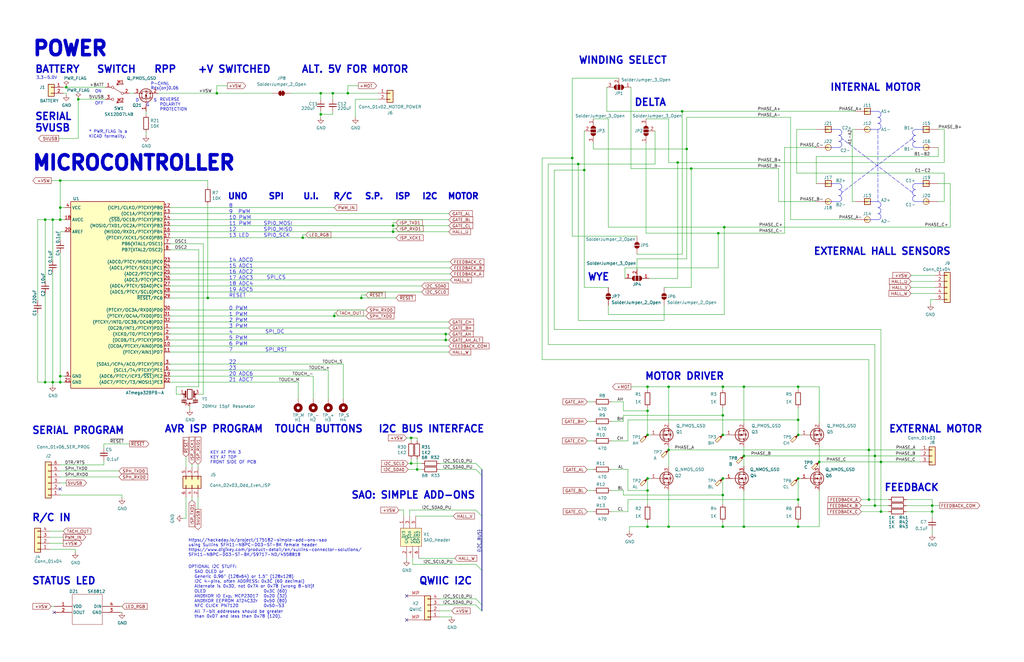
<source format=kicad_sch>
(kicad_sch (version 20231120) (generator "eeschema") (generator_version "8.0")
  (paper "B")
  (title_block (title "BLDC_BIZ_CARD") (date "2024-06-20") (rev "0.1") (company "Concept and design by Andy Geppert @ www.MachineIdeas.com") (comment 4 "All non-polarized capacitors are X7R or X5R ceramic unless otherwise noted."))
  (bus_alias "CA_SHIFT_REGISTER_BUS" (members "CM_SR_CLK" "CM_SR_LAT" "CM_SR_~{OE}" "CM_SR_SER1"))
  (bus_alias "CM_TRANSISTOR_DRIVE_BUS" (members "CM_Q1N" "CM_Q1P" "CM_Q2N" "CM_Q2P" "CM_Q3N" "CM_Q3P" "CM_Q4N" "CM_Q4P" "CM_Q5N" "CM_Q5P" "CM_Q6N" "CM_Q6P" "CM_Q7N" "CM_Q7P" "CM_Q8N" "CM_Q8P" "CM_Q9N" "CM_Q9P" "CM_Q10N" "CM_Q10P" "CA_SR_GPO_A" "CA_SR_GPO_B" "CA_SR_GPO_C" "CA_SR_GPO_D"))
  (bus_alias "GPIO_CPS_BUS" (members "GPIO1_CP1_SAO1" "GPIO2_CP2_SAO2" "GPIO3_CP3_DC" "GPIO4_CP4_CS2" "GPIO5_CP5_HS1" "GPIO6_CP6_HS2" "GPIO7_CP7_HS3" "GPIO8_CP8_HS4"))
  (bus_alias "I2C_3V3_BUS" (members "I2C_3V3_SCL" "I2C_3V3_SDA"))
  (bus_alias "SPI_3V3_BUS" (members "SPI_CD" "SPI_RESET" "SPI_SDI" "SPI_CS1" "SPI_CLK" "SPI_SDO"))
  (junction (at 336.55 210.82))
  (junction (at 19.05 92.71))
  (junction (at 273.05 173.355))
  (junction (at 366.395 210.82))
  (junction (at 273.05 163.195))
  (junction (at 371.475 215.9))
  (junction (at 304.8 208.915))
  (junction (at 27.94 36.83))
  (junction (at 336.55 163.195))
  (junction (at 187.96 140.97))
  (junction (at 336.55 201.93))
  (junction (at 336.55 177.165))
  (junction (at 241.3 66.675))
  (junction (at 25.4 158.75))
  (junction (at 165.735 95.25))
  (junction (at 87.63 125.73))
  (junction (at 135.255 48.26))
  (junction (at 33.02 41.91))
  (junction (at 25.4 76.2))
  (junction (at 336.55 222.25))
  (junction (at 175.895 198.12))
  (junction (at 313.69 192.405))
  (junction (at 281.94 163.195))
  (junction (at 243.84 69.215))
  (junction (at 91.44 39.37))
  (junction (at 393.065 215.9))
  (junction (at 173.355 195.58))
  (junction (at 146.685 39.37))
  (junction (at 273.05 207.01))
  (junction (at 304.8 201.93))
  (junction (at 291.465 71.12))
  (junction (at 152.4 125.73))
  (junction (at 140.97 133.35))
  (junction (at 140.335 39.37))
  (junction (at 368.935 213.36))
  (junction (at 371.475 194.945))
  (junction (at 285.75 68.58))
  (junction (at 368.935 192.405))
  (junction (at 304.8 175.26))
  (junction (at 25.4 92.71))
  (junction (at 273.05 222.25))
  (junction (at 336.55 183.515))
  (junction (at 135.255 39.37))
  (junction (at 281.94 189.865))
  (junction (at 19.05 161.29))
  (junction (at 313.69 163.195))
  (junction (at 281.94 222.25))
  (junction (at 345.44 194.945))
  (junction (at 22.225 161.29))
  (junction (at 289.56 62.865))
  (junction (at 273.05 183.515))
  (junction (at 313.69 222.25))
  (junction (at 187.96 143.51))
  (junction (at 25.4 161.29))
  (junction (at 287.655 46.99))
  (junction (at 25.4 87.63))
  (junction (at 304.8 222.25))
  (junction (at 273.05 201.93))
  (junction (at 304.8 163.195))
  (junction (at 246.38 71.755))
  (junction (at 393.065 213.36))
  (junction (at 366.395 189.865))
  (junction (at 305.435 95.885))
  (junction (at 302.895 98.425))
  (junction (at 22.225 92.71))
  (junction (at 165.735 97.79))
  (junction (at 304.8 183.515))
  (junction (at 173.355 184.785))
  (junction (at 127.635 100.33))
  (no_connect (at 22.86 258.445))
  (no_connect (at 171.45 261.62))
  (no_connect (at 171.45 251.46))
  (no_connect (at 25.4 206.375))
  (bus_entry (at 203.2 240.665) (size -2.54 -2.54))
  (bus_entry (at 203.2 257.81) (size -2.54 -2.54))
  (bus_entry (at 203.2 255.27) (size -2.54 -2.54))
  (bus_entry (at 203.2 198.12) (size -2.54 -2.54))
  (bus_entry (at 203.2 200.66) (size -2.54 -2.54))
  (bus_entry (at 203.2 217.805) (size -2.54 -2.54))
  (wire (pts (xy 262.89 175.26) (xy 304.8 175.26)))
  (wire (pts (xy 170.18 215.265) (xy 170.18 217.805)))
  (wire (pts (xy 257.81 198.12) (xy 264.795 198.12)))
  (wire (pts (xy 83.5025 197.1675) (xy 83.5025 195.8975)))
  (bus (pts (xy 203.2 255.27) (xy 203.2 257.81)))
  (wire (pts (xy 185.42 260.35) (xy 190.5 260.35)))
  (wire (pts (xy 335.915 54.61) (xy 344.17 54.61)))
  (wire (pts (xy 289.56 49.53) (xy 289.56 62.865)))
  (wire (pts (xy 360.68 54.61) (xy 359.41 54.61)))
  (wire (pts (xy 20.955 231.775) (xy 31.75 231.775)))
  (wire (pts (xy 241.3 99.695) (xy 268.605 99.695)))
  (wire (pts (xy 165.735 95.25) (xy 189.23 95.25)))
  (wire (pts (xy 241.3 66.675) (xy 241.3 99.695)))
  (wire (pts (xy 22.225 92.71) (xy 25.4 92.71)))
  (wire (pts (xy 173.355 193.675) (xy 173.355 195.58)))
  (wire (pts (xy 78.4225 192.7225) (xy 78.4225 197.1675)))
  (wire (pts (xy 336.55 172.085) (xy 336.55 177.165)))
  (wire (pts (xy 262.89 175.26) (xy 262.89 177.8)))
  (wire (pts (xy 366.395 189.865) (xy 366.395 151.765)))
  (wire (pts (xy 50.8 255.905) (xy 51.435 255.905)))
  (wire (pts (xy 25.4 158.75) (xy 27.305 158.75)))
  (wire (pts (xy 392.43 128.27) (xy 392.43 126.365)))
  (wire (pts (xy 302.895 98.425) (xy 302.895 113.03)))
  (wire (pts (xy 273.05 220.345) (xy 273.05 222.25)))
  (wire (pts (xy 345.44 188.595) (xy 345.44 194.945)))
  (wire (pts (xy 20.955 224.155) (xy 26.67 224.155)))
  (wire (pts (xy 304.8 208.915) (xy 304.8 212.725)))
  (wire (pts (xy 285.75 68.58) (xy 285.75 117.475)))
  (wire (pts (xy 264.795 186.055) (xy 257.81 186.055)))
  (wire (pts (xy 256.54 95.885) (xy 256.54 50.165)))
  (wire (pts (xy 71.755 105.41) (xy 83.82 105.41)))
  (wire (pts (xy 15.875 92.71) (xy 19.05 92.71)))
  (wire (pts (xy 231.14 69.215) (xy 231.14 145.415)))
  (wire (pts (xy 152.4 125.73) (xy 167.005 125.73)))
  (wire (pts (xy 344.17 85.09) (xy 328.295 85.09)))
  (wire (pts (xy 313.69 207.01) (xy 313.69 222.25)))
  (wire (pts (xy 43.815 196.215) (xy 43.815 194.31)))
  (wire (pts (xy 71.755 153.67) (xy 144.78 153.67)))
  (polyline (pts (xy 365.76 92.71) (xy 370.205 92.71)))
  (wire (pts (xy 185.42 252.73) (xy 200.66 252.73)))
  (wire (pts (xy 175.895 193.675) (xy 175.895 198.12)))
  (wire (pts (xy 360.68 92.71) (xy 333.375 92.71)))
  (wire (pts (xy 175.26 217.805) (xy 191.135 217.805)))
  (wire (pts (xy 127.635 99.06) (xy 128.905 99.06)))
  (wire (pts (xy 395.605 62.23) (xy 395.605 66.04)))
  (polyline (pts (xy 390.525 62.23) (xy 386.08 62.23)))
  (wire (pts (xy 304.8 201.93) (xy 304.8 208.915)))
  (wire (pts (xy 22.225 161.29) (xy 22.225 162.56)))
  (wire (pts (xy 228.6 151.765) (xy 366.395 151.765)))
  (bus (pts (xy 203.2 200.66) (xy 203.2 217.805)))
  (wire (pts (xy 262.89 169.545) (xy 262.89 173.355)))
  (wire (pts (xy 19.05 161.29) (xy 22.225 161.29)))
  (wire (pts (xy 87.63 86.36) (xy 87.63 125.73)))
  (wire (pts (xy 337.82 201.93) (xy 336.55 201.93)))
  (wire (pts (xy 185.42 195.58) (xy 200.66 195.58)))
  (wire (pts (xy 336.55 177.165) (xy 336.55 183.515)))
  (wire (pts (xy 83.82 105.41) (xy 83.82 163.195)))
  (wire (pts (xy 144.78 168.275) (xy 144.78 153.67)))
  (wire (pts (xy 393.065 223.52) (xy 393.065 225.425)))
  (wire (pts (xy 366.395 210.82) (xy 374.65 210.82)))
  (wire (pts (xy 304.8 222.25) (xy 304.8 220.345)))
  (polyline (pts (xy 215.9 279.4) (xy 215.9 558.8)))
  (wire (pts (xy 44.45 41.91) (xy 33.02 41.91)))
  (wire (pts (xy 395.605 54.61) (xy 398.145 54.61)))
  (wire (pts (xy 172.085 195.58) (xy 173.355 195.58)))
  (polyline (pts (xy 349.25 77.47) (xy 353.695 77.47)))
  (bus (pts (xy 203.2 217.805) (xy 203.2 240.665)))
  (wire (pts (xy 281.94 189.865) (xy 366.395 189.865)))
  (wire (pts (xy 304.8 172.085) (xy 304.8 175.26)))
  (wire (pts (xy 371.475 194.945) (xy 371.475 215.9)))
  (wire (pts (xy 25.4 161.29) (xy 27.305 161.29)))
  (wire (pts (xy 138.43 156.21) (xy 138.43 168.275)))
  (wire (pts (xy 25.4 106.68) (xy 25.4 158.75)))
  (wire (pts (xy 87.63 76.2) (xy 25.4 76.2)))
  (wire (pts (xy 74.295 166.37) (xy 76.2 166.37)))
  (wire (pts (xy 25.4 97.79) (xy 25.4 101.6)))
  (wire (pts (xy 264.795 207.01) (xy 273.05 207.01)))
  (wire (pts (xy 247.65 215.9) (xy 250.19 215.9)))
  (bus (pts (xy 203.2 240.665) (xy 203.2 255.27)))
  (wire (pts (xy 274.32 201.93) (xy 273.05 201.93)))
  (wire (pts (xy 336.55 163.195) (xy 345.44 163.195)))
  (wire (pts (xy 371.475 215.9) (xy 374.65 215.9)))
  (wire (pts (xy 265.43 222.25) (xy 265.43 224.155)))
  (wire (pts (xy 51.435 208.915) (xy 51.435 210.185)))
  (wire (pts (xy 19.05 92.71) (xy 22.225 92.71)))
  (wire (pts (xy 313.69 163.195) (xy 313.69 178.435)))
  (wire (pts (xy 371.475 139.065) (xy 371.475 194.945)))
  (wire (pts (xy 83.5025 209.8675) (xy 83.5025 214.9475)))
  (wire (pts (xy 165.735 93.98) (xy 167.005 93.98)))
  (wire (pts (xy 255.905 46.99) (xy 287.655 46.99)))
  (wire (pts (xy 304.8 163.195) (xy 313.69 163.195)))
  (wire (pts (xy 71.755 100.33) (xy 127.635 100.33)))
  (wire (pts (xy 122.555 39.37) (xy 135.255 39.37)))
  (wire (pts (xy 359.41 54.61) (xy 359.41 85.09)))
  (wire (pts (xy 51.435 208.915) (xy 25.4 208.915)))
  (wire (pts (xy 233.68 139.065) (xy 371.475 139.065)))
  (wire (pts (xy 366.395 189.865) (xy 387.985 189.865)))
  (wire (pts (xy 91.44 36.195) (xy 91.44 39.37)))
  (wire (pts (xy 255.905 46.99) (xy 255.905 36.83)))
  (wire (pts (xy 273.05 222.25) (xy 281.94 222.25)))
  (wire (pts (xy 43.815 187.325) (xy 54.61 187.325)))
  (wire (pts (xy 273.05 183.515) (xy 274.32 183.515)))
  (wire (pts (xy 280.035 135.255) (xy 243.84 135.255)))
  (wire (pts (xy 371.475 194.945) (xy 387.985 194.945)))
  (wire (pts (xy 85.725 102.87) (xy 85.725 166.37)))
  (wire (pts (xy 22.225 161.29) (xy 25.4 161.29)))
  (polyline (pts (xy 365.76 46.99) (xy 370.205 46.99)))
  (polyline (pts (xy 349.25 62.23) (xy 353.695 62.23)))
  (wire (pts (xy 74.295 163.195) (xy 74.295 166.37)))
  (wire (pts (xy 173.355 184.785) (xy 175.895 184.785)))
  (wire (pts (xy 247.65 177.8) (xy 250.19 177.8)))
  (wire (pts (xy 241.3 33.02) (xy 241.3 66.675)))
  (wire (pts (xy 71.755 110.49) (xy 189.865 110.49)))
  (wire (pts (xy 256.54 121.285) (xy 246.38 121.285)))
  (wire (pts (xy 78.4225 209.8675) (xy 78.4225 218.7575)))
  (wire (pts (xy 140.97 132.08) (xy 140.97 133.35)))
  (wire (pts (xy 78.4225 218.7575) (xy 77.1525 218.7575)))
  (wire (pts (xy 281.94 68.58) (xy 285.75 68.58)))
  (wire (pts (xy 305.435 95.885) (xy 305.435 132.715)))
  (wire (pts (xy 173.355 184.785) (xy 171.45 184.785)))
  (wire (pts (xy 247.65 169.545) (xy 250.19 169.545)))
  (wire (pts (xy 27.94 39.37) (xy 27.94 40.005)))
  (wire (pts (xy 335.915 73.025) (xy 335.915 54.61)))
  (wire (pts (xy 281.94 50.165) (xy 272.415 50.165)))
  (wire (pts (xy 313.69 222.25) (xy 336.55 222.25)))
  (wire (pts (xy 336.55 222.25) (xy 336.55 220.345)))
  (polyline (pts (xy 273.05 279.4) (xy 273.05 558.8)))
  (wire (pts (xy 398.145 73.025) (xy 335.915 73.025)))
  (wire (pts (xy 247.65 207.01) (xy 250.19 207.01)))
  (polyline (pts (xy 365.76 54.61) (xy 370.205 54.61)))
  (wire (pts (xy 257.81 177.8) (xy 262.89 177.8)))
  (wire (pts (xy 127.635 99.06) (xy 127.635 100.33)))
  (wire (pts (xy 344.17 62.23) (xy 330.835 62.23)))
  (wire (pts (xy 273.05 201.93) (xy 273.05 207.01)))
  (wire (pts (xy 135.255 46.99) (xy 135.255 48.26)))
  (wire (pts (xy 61.595 55.88) (xy 61.595 57.15)))
  (wire (pts (xy 26.67 36.83) (xy 27.94 36.83)))
  (polyline (pts (xy 390.525 85.09) (xy 386.08 85.09)))
  (wire (pts (xy 281.94 68.58) (xy 281.94 50.165)))
  (wire (pts (xy 71.755 146.05) (xy 189.23 146.05)))
  (wire (pts (xy 395.605 66.04) (xy 344.17 66.04)))
  (wire (pts (xy 313.69 192.405) (xy 313.69 196.85)))
  (polyline (pts (xy 384.81 81.28) (xy 354.965 58.42)) (stroke (width 0) (type dash)))
  (wire (pts (xy 333.375 92.71) (xy 333.375 49.53)))
  (wire (pts (xy 22.225 114.935) (xy 22.225 161.29)))
  (wire (pts (xy 27.305 97.79) (xy 25.4 97.79)))
  (wire (pts (xy 173.99 238.125) (xy 173.99 235.585)))
  (wire (pts (xy 268.605 109.22) (xy 268.605 113.665)))
  (wire (pts (xy 71.755 95.25) (xy 165.735 95.25)))
  (wire (pts (xy 345.44 194.945) (xy 371.475 194.945)))
  (wire (pts (xy 233.68 139.065) (xy 233.68 71.755)))
  (wire (pts (xy 231.14 69.215) (xy 243.84 69.215)))
  (wire (pts (xy 185.42 257.81) (xy 190.5 257.81)))
  (wire (pts (xy 280.035 128.905) (xy 280.035 135.255)))
  (wire (pts (xy 187.96 143.51) (xy 189.23 143.51)))
  (polyline (pts (xy 205.74 279.4) (xy 205.74 558.8)))
  (wire (pts (xy 395.605 77.47) (xy 400.685 77.47)))
  (wire (pts (xy 71.755 156.21) (xy 138.43 156.21)))
  (wire (pts (xy 71.755 123.19) (xy 177.8 123.19)))
  (wire (pts (xy 140.97 133.35) (xy 71.755 133.35)))
  (wire (pts (xy 159.385 41.91) (xy 149.86 41.91)))
  (wire (pts (xy 149.86 41.91) (xy 149.86 49.53)))
  (wire (pts (xy 304.8 175.26) (xy 304.8 183.515)))
  (wire (pts (xy 135.255 48.26) (xy 135.255 49.53)))
  (polyline (pts (xy 349.25 85.09) (xy 353.695 85.09)))
  (wire (pts (xy 71.755 161.29) (xy 125.73 161.29)))
  (wire (pts (xy 302.895 113.03) (xy 263.525 113.03)))
  (wire (pts (xy 140.335 39.37) (xy 146.685 39.37)))
  (wire (pts (xy 363.22 210.82) (xy 366.395 210.82)))
  (wire (pts (xy 246.38 121.285) (xy 246.38 71.755)))
  (wire (pts (xy 336.55 210.82) (xy 336.55 212.725)))
  (wire (pts (xy 393.065 210.82) (xy 393.065 213.36)))
  (wire (pts (xy 187.96 140.97) (xy 187.96 143.51)))
  (wire (pts (xy 140.335 39.37) (xy 140.335 41.91)))
  (wire (pts (xy 71.755 90.17) (xy 189.23 90.17)))
  (wire (pts (xy 140.335 48.26) (xy 135.255 48.26)))
  (wire (pts (xy 33.02 58.42) (xy 24.765 58.42)))
  (wire (pts (xy 71.755 140.97) (xy 187.96 140.97)))
  (wire (pts (xy 85.725 166.37) (xy 83.82 166.37)))
  (wire (pts (xy 135.255 39.37) (xy 135.255 41.91)))
  (wire (pts (xy 228.6 66.675) (xy 241.3 66.675)))
  (wire (pts (xy 330.835 62.23) (xy 330.835 98.425)))
  (wire (pts (xy 281.94 163.195) (xy 281.94 178.435)))
  (wire (pts (xy 15.875 132.08) (xy 15.875 161.29)))
  (wire (pts (xy 61.595 46.99) (xy 61.595 48.26)))
  (wire (pts (xy 289.56 49.53) (xy 333.375 49.53)))
  (wire (pts (xy 171.45 236.22) (xy 171.45 235.585)))
  (wire (pts (xy 43.815 189.23) (xy 43.815 187.325)))
  (wire (pts (xy 71.755 135.89) (xy 189.23 135.89)))
  (wire (pts (xy 345.44 163.195) (xy 345.44 178.435)))
  (wire (pts (xy 392.43 126.365) (xy 394.335 126.365)))
  (wire (pts (xy 302.895 98.425) (xy 330.835 98.425)))
  (wire (pts (xy 345.44 194.945) (xy 345.44 196.85)))
  (wire (pts (xy 80.9625 197.1675) (xy 80.9625 195.8975)))
  (wire (pts (xy 173.99 238.125) (xy 200.66 238.125)))
  (wire (pts (xy 71.755 113.03) (xy 189.865 113.03)))
  (wire (pts (xy 25.4 87.63) (xy 25.4 92.71)))
  (wire (pts (xy 185.42 255.27) (xy 200.66 255.27)))
  (wire (pts (xy 256.54 132.715) (xy 256.54 128.905)))
  (polyline (pts (xy 349.25 54.61) (xy 353.695 54.61)))
  (wire (pts (xy 382.27 215.9) (xy 393.065 215.9)))
  (wire (pts (xy 281.94 163.195) (xy 304.8 163.195)))
  (wire (pts (xy 71.755 125.73) (xy 87.63 125.73)))
  (wire (pts (xy 165.735 93.98) (xy 165.735 95.25)))
  (wire (pts (xy 264.795 177.165) (xy 336.55 177.165)))
  (wire (pts (xy 260.985 33.02) (xy 241.3 33.02)))
  (wire (pts (xy 152.4 124.46) (xy 154.305 124.46)))
  (wire (pts (xy 384.175 118.745) (xy 394.335 118.745)))
  (wire (pts (xy 25.4 198.755) (xy 50.165 198.755)))
  (wire (pts (xy 336.55 163.195) (xy 336.55 164.465)))
  (wire (pts (xy 313.69 192.405) (xy 368.935 192.405)))
  (wire (pts (xy 363.22 213.36) (xy 368.935 213.36)))
  (wire (pts (xy 264.795 210.82) (xy 336.55 210.82)))
  (wire (pts (xy 273.05 207.01) (xy 273.05 212.725)))
  (wire (pts (xy 152.4 124.46) (xy 152.4 125.73)))
  (wire (pts (xy 304.8 183.515) (xy 306.07 183.515)))
  (wire (pts (xy 25.4 196.215) (xy 43.815 196.215)))
  (wire (pts (xy 187.96 140.97) (xy 189.23 140.97)))
  (wire (pts (xy 306.07 201.93) (xy 304.8 201.93)))
  (wire (pts (xy 173.355 184.785) (xy 173.355 186.055)))
  (wire (pts (xy 289.56 62.865) (xy 289.56 109.22)))
  (wire (pts (xy 262.89 173.355) (xy 273.05 173.355)))
  (wire (pts (xy 393.065 213.36) (xy 393.065 215.9)))
  (wire (pts (xy 25.4 203.835) (xy 27.94 203.835)))
  (wire (pts (xy 27.305 92.71) (xy 25.4 92.71)))
  (wire (pts (xy 328.295 85.09) (xy 328.295 71.12)))
  (wire (pts (xy 256.54 95.885) (xy 305.435 95.885)))
  (polyline (pts (xy 365.76 85.09) (xy 370.205 85.09)))
  (wire (pts (xy 91.44 39.37) (xy 114.935 39.37)))
  (wire (pts (xy 257.81 169.545) (xy 262.89 169.545)))
  (wire (pts (xy 264.795 177.165) (xy 264.795 186.055)))
  (polyline (pts (xy 370.205 54.61) (xy 370.205 85.09)) (stroke (width 0) (type dash)))
  (wire (pts (xy 243.84 69.215) (xy 276.225 69.215)))
  (wire (pts (xy 71.755 143.51) (xy 187.96 143.51)))
  (polyline (pts (xy 226.06 279.4) (xy 226.06 558.8)))
  (wire (pts (xy 175.895 198.12) (xy 177.8 198.12)))
  (wire (pts (xy 172.085 198.12) (xy 175.895 198.12)))
  (wire (pts (xy 66.675 39.37) (xy 91.44 39.37)))
  (wire (pts (xy 266.065 71.12) (xy 291.465 71.12)))
  (wire (pts (xy 263.525 113.03) (xy 263.525 117.475)))
  (wire (pts (xy 281.94 188.595) (xy 281.94 189.865)))
  (polyline (pts (xy 390.525 54.61) (xy 386.08 54.61)))
  (wire (pts (xy 305.435 132.715) (xy 256.54 132.715)))
  (wire (pts (xy 19.05 123.825) (xy 19.05 161.29)))
  (wire (pts (xy 281.94 207.01) (xy 281.94 222.25)))
  (wire (pts (xy 247.65 198.12) (xy 250.19 198.12)))
  (wire (pts (xy 382.27 210.82) (xy 393.065 210.82)))
  (wire (pts (xy 257.81 207.01) (xy 262.89 207.01)))
  (wire (pts (xy 363.22 215.9) (xy 371.475 215.9)))
  (wire (pts (xy 336.55 222.25) (xy 345.44 222.25)))
  (wire (pts (xy 165.735 96.52) (xy 165.735 97.79)))
  (wire (pts (xy 140.97 133.35) (xy 154.305 133.35)))
  (wire (pts (xy 384.175 116.205) (xy 394.335 116.205)))
  (wire (pts (xy 132.08 158.75) (xy 132.08 168.275)))
  (wire (pts (xy 71.755 120.65) (xy 177.8 120.65)))
  (polyline (pts (xy 262.89 279.4) (xy 262.89 558.8)))
  (wire (pts (xy 291.465 121.285) (xy 280.035 121.285)))
  (wire (pts (xy 291.465 71.12) (xy 328.295 71.12)))
  (wire (pts (xy 20.955 229.235) (xy 26.67 229.235)))
  (wire (pts (xy 395.605 85.09) (xy 398.145 85.09)))
  (wire (pts (xy 368.935 213.36) (xy 374.65 213.36)))
  (wire (pts (xy 246.38 55.245) (xy 246.38 71.755)))
  (wire (pts (xy 228.6 151.765) (xy 228.6 66.675)))
  (wire (pts (xy 285.75 68.58) (xy 398.145 68.58)))
  (wire (pts (xy 384.175 123.825) (xy 394.335 123.825)))
  (wire (pts (xy 31.75 231.775) (xy 31.75 233.045)))
  (wire (pts (xy 266.065 71.12) (xy 266.065 36.83)))
  (wire (pts (xy 281.94 222.25) (xy 304.8 222.25)))
  (wire (pts (xy 71.755 92.71) (xy 189.23 92.71)))
  (wire (pts (xy 25.4 76.2) (xy 25.4 87.63)))
  (wire (pts (xy 250.19 62.865) (xy 250.19 60.325)))
  (wire (pts (xy 71.755 158.75) (xy 132.08 158.75)))
  (wire (pts (xy 85.725 102.87) (xy 71.755 102.87)))
  (wire (pts (xy 22.225 92.71) (xy 22.225 109.855)))
  (wire (pts (xy 336.55 183.515) (xy 337.82 183.515)))
  (wire (pts (xy 313.69 163.195) (xy 336.55 163.195)))
  (wire (pts (xy 71.755 148.59) (xy 189.23 148.59)))
  (wire (pts (xy 87.63 125.73) (xy 152.4 125.73)))
  (wire (pts (xy 175.895 184.785) (xy 175.895 186.055)))
  (wire (pts (xy 400.685 77.47) (xy 400.685 95.885)))
  (wire (pts (xy 256.54 50.165) (xy 250.19 50.165)))
  (wire (pts (xy 272.415 98.425) (xy 302.895 98.425)))
  (wire (pts (xy 21.59 76.2) (xy 25.4 76.2)))
  (wire (pts (xy 25.4 158.75) (xy 25.4 161.29)))
  (wire (pts (xy 165.735 97.79) (xy 189.23 97.79)))
  (wire (pts (xy 264.795 198.12) (xy 264.795 207.01)))
  (wire (pts (xy 233.68 71.755) (xy 246.38 71.755)))
  (wire (pts (xy 265.43 222.25) (xy 273.05 222.25)))
  (wire (pts (xy 264.795 210.82) (xy 264.795 215.9)))
  (wire (pts (xy 398.145 54.61) (xy 398.145 68.58)))
  (wire (pts (xy 172.72 215.265) (xy 172.72 217.805)))
  (wire (pts (xy 135.255 39.37) (xy 140.335 39.37)))
  (wire (pts (xy 398.145 85.09) (xy 398.145 73.025)))
  (wire (pts (xy 185.42 198.12) (xy 200.66 198.12)))
  (wire (pts (xy 393.065 213.36) (xy 396.24 213.36)))
  (wire (pts (xy 165.735 96.52) (xy 167.005 96.52)))
  (wire (pts (xy 289.56 109.22) (xy 268.605 109.22)))
  (wire (pts (xy 287.655 46.99) (xy 360.68 46.99)))
  (wire (pts (xy 243.84 135.255) (xy 243.84 69.215)))
  (wire (pts (xy 313.69 222.25) (xy 304.8 222.25)))
  (wire (pts (xy 345.44 207.01) (xy 345.44 222.25)))
  (wire (pts (xy 287.655 46.99) (xy 287.655 107.315)))
  (wire (pts (xy 393.065 215.9) (xy 393.065 218.44)))
  (wire (pts (xy 273.05 172.085) (xy 273.05 173.355)))
  (wire (pts (xy 262.89 207.01) (xy 262.89 208.915)))
  (wire (pts (xy 273.05 163.195) (xy 273.05 164.465)))
  (wire (pts (xy 26.67 39.37) (xy 27.94 39.37)))
  (wire (pts (xy 71.755 138.43) (xy 189.23 138.43)))
  (wire (pts (xy 125.73 161.29) (xy 125.73 168.275)))
  (wire (pts (xy 291.465 71.12) (xy 291.465 121.285)))
  (wire (pts (xy 80.01 171.45) (xy 80.01 172.72)))
  (wire (pts (xy 71.755 97.79) (xy 165.735 97.79)))
  (wire (pts (xy 172.72 215.265) (xy 200.66 215.265)))
  (wire (pts (xy 27.94 36.83) (xy 44.45 36.83)))
  (wire (pts (xy 71.755 130.81) (xy 154.305 130.81)))
  (wire (pts (xy 173.355 195.58) (xy 177.8 195.58)))
  (wire (pts (xy 33.02 41.91) (xy 33.02 58.42)))
  (wire (pts (xy 87.63 78.74) (xy 87.63 76.2)))
  (wire (pts (xy 168.275 215.265) (xy 170.18 215.265)))
  (wire (pts (xy 266.065 163.195) (xy 273.05 163.195)))
  (wire (pts (xy 268.605 107.315) (xy 287.655 107.315)))
  (wire (pts (xy 289.56 62.865) (xy 250.19 62.865)))
  (wire (pts (xy 231.14 145.415) (xy 368.935 145.415)))
  (wire (pts (xy 264.795 215.9) (xy 257.81 215.9)))
  (wire (pts (xy 80.9625 209.8675) (xy 80.9625 211.1375)))
  (wire (pts (xy 382.27 213.36) (xy 393.065 213.36)))
  (wire (pts (xy 50.8 258.445) (xy 51.435 258.445)))
  (wire (pts (xy 54.61 39.37) (xy 56.515 39.37)))
  (polyline (pts (xy 390.525 77.47) (xy 386.08 77.47)))
  (bus (pts (xy 203.2 198.12) (xy 203.2 200.66)))
  (wire (pts (xy 272.415 98.425) (xy 272.415 60.325)))
  (wire (pts (xy 276.225 69.215) (xy 276.225 55.245)))
  (wire (pts (xy 71.755 115.57) (xy 189.865 115.57)))
  (polyline (pts (xy 283.21 279.4) (xy 283.21 558.8)))
  (polyline (pts (xy 384.81 58.42) (xy 354.965 81.28)) (stroke (width 0) (type dash)))
  (wire (pts (xy 366.395 189.865) (xy 366.395 210.82)))
  (wire (pts (xy 15.875 161.29) (xy 19.05 161.29)))
  (wire (pts (xy 336.55 201.93) (xy 336.55 210.82)))
  (wire (pts (xy 19.05 92.71) (xy 19.05 118.745)))
  (wire (pts (xy 281.94 189.865) (xy 281.94 196.85)))
  (wire (pts (xy 368.935 192.405) (xy 368.935 213.36)))
  (wire (pts (xy 71.755 118.11) (xy 189.865 118.11)))
  (wire (pts (xy 359.41 85.09) (xy 360.68 85.09)))
  (wire (pts (xy 176.53 235.585) (xy 191.77 235.585)))
  (wire (pts (xy 344.17 66.04) (xy 344.17 77.47)))
  (wire (pts (xy 146.685 36.195) (xy 151.13 36.195)))
  (wire (pts (xy 74.295 163.195) (xy 83.82 163.195)))
  (wire (pts (xy 304.8 163.195) (xy 304.8 164.465)))
  (wire (pts (xy 21.59 255.905) (xy 22.86 255.905)))
  (wire (pts (xy 146.685 39.37) (xy 159.385 39.37)))
  (wire (pts (xy 91.44 36.195) (xy 95.885 36.195)))
  (wire (pts (xy 15.875 92.71) (xy 15.875 127)))
  (wire (pts (xy 313.69 188.595) (xy 313.69 192.405)))
  (wire (pts (xy 384.175 121.285) (xy 394.335 121.285)))
  (wire (pts (xy 305.435 95.885) (xy 400.685 95.885)))
  (wire (pts (xy 140.97 132.08) (xy 141.605 132.08)))
  (wire (pts (xy 247.65 186.055) (xy 250.19 186.055)))
  (wire (pts (xy 146.685 36.195) (xy 146.685 39.37)))
  (wire (pts (xy 71.755 87.63) (xy 140.97 87.63)))
  (wire (pts (xy 262.89 208.915) (xy 304.8 208.915)))
  (wire (pts (xy 368.935 145.415) (xy 368.935 192.405)))
  (wire (pts (xy 127.635 100.33) (xy 167.005 100.33)))
  (wire (pts (xy 285.75 117.475) (xy 273.685 117.475)))
  (wire (pts (xy 140.335 46.99) (xy 140.335 48.26)))
  (wire (pts (xy 25.4 201.295) (xy 50.165 201.295)))
  (wire (pts (xy 25.4 87.63) (xy 27.305 87.63)))
  (wire (pts (xy 368.935 192.405) (xy 387.985 192.405)))
  (wire (pts (xy 273.05 173.355) (xy 273.05 183.515)))
  (wire (pts (xy 20.955 226.695) (xy 26.67 226.695)))
  (wire (pts (xy 273.05 163.195) (xy 281.94 163.195)))
  (arc (start 353.695 80.01) (mid 354.97 81.285) (end 353.695 82.55))
  (arc (start 370.205 46.99) (mid 371.48 48.265) (end 370.205 49.53))
  (arc (start 370.205 85.09) (mid 371.48 86.365) (end 370.205 87.63))
  (arc (start 370.205 49.53) (mid 371.48 50.805) (end 370.205 52.07))
  (arc (start 370.205 87.63) (mid 371.48 88.905) (end 370.205 90.17))
  (arc (start 353.695 57.15) (mid 354.98 58.425) (end 353.695 59.69))
  (arc (start 353.695 82.55) (mid 354.97 83.825) (end 353.695 85.09))
  (arc (start 370.205 52.07) (mid 371.48 53.345) (end 370.205 54.61))
  (arc (start 386.08 62.23) (mid 384.81 60.965) (end 386.08 59.69))
  (arc (start 353.695 54.61) (mid 354.98 55.885) (end 353.695 57.15))
  (arc (start 386.08 80.01) (mid 384.81 78.745) (end 386.08 77.47))
  (arc (start 386.08 85.09) (mid 384.81 83.825) (end 386.08 82.55))
  (arc (start 353.695 59.69) (mid 354.98 60.965) (end 353.695 62.23))
  (arc (start 386.08 57.15) (mid 384.81 55.885) (end 386.08 54.61))
  (arc (start 370.205 90.17) (mid 371.48 91.445) (end 370.205 92.71))
  (arc (start 353.695 77.47) (mid 354.97 78.745) (end 353.695 80.01))
  (arc (start 386.08 59.69) (mid 384.81 58.425) (end 386.08 57.15))
  (arc (start 386.08 82.55) (mid 384.81 81.285) (end 386.08 80.01))
  (text "SILKSCREEN FRONT" (at 295.91 288.925 0) (effects (font (size 2.9972 2.9972)) (justify left bottom)))
  (text "OLED\nAND!XOR IO Exp. MCP23017\nAND!XOR EEPROM AT24C32r\nNFC CLICK PN7120" (at 81.915 256.54 0) (effects (font (size 1.27 1.27)) (justify left bottom)))
  (text "P-CHNL" (at 63.5 36.195 0) (effects (font (size 1.27 1.27)) (justify left bottom)))
  (text "WYE" (at 247.65 118.745 0) (effects (font (size 3 3) (thickness 0.5994) (bold yes)) (justify left bottom)))
  (text "EXTERNAL MOTOR" (at 374.65 182.88 0) (effects (font (size 3 3) (thickness 0.5994) (bold yes)) (justify left bottom)))
  (text "https://hackaday.io/project/175182-simple-add-ons-sao\nusing Sullins SFH11-NBPC-D03-ST-BK female header\nhttps://www.digikey.com/product-detail/en/sullins-connector-solutions/\nSFH11-NBPC-D03-ST-BK/S9717-ND/4558818" (at 79.375 234.95 0) (effects (font (size 1.27 1.27)) (justify left bottom)))
  (text "SAO: SIMPLE ADD-ONS" (at 147.955 210.82 0) (effects (font (size 3 3) (thickness 0.6) (bold yes)) (justify left bottom)))
  (text "S" (at 64.77 43.18 0) (effects (font (size 1.27 1.27)) (justify left bottom)))
  (text "MOTOR" (at 188.595 84.455 0) (effects (font (size 2.54 2.54) (thickness 0.5994) (bold yes)) (justify left bottom)))
  (text "SPI_RST" (at 111.76 148.59 0) (effects (font (size 1.5494 1.5494)) (justify left bottom)))
  (text "R/C" (at 140.335 84.455 0) (effects (font (size 2.54 2.54) (thickness 0.5994) (bold yes)) (justify left bottom)))
  (text "AVR ISP PROGRAM" (at 69.215 182.88 0) (effects (font (size 3 3) (thickness 0.5994) (bold yes)) (justify left bottom)))
  (text "MICROCONTROLLER" (at 99.695 72.39 0) (effects (font (size 6 6) (thickness 1.6) (bold yes)) (justify right bottom)))
  (text "0 PWM\n1 PWM\n2 PWM\n3 PWM\n4\n5 PWM\n6 PWM\n7" (at 96.52 148.59 0) (effects (font (size 1.5494 1.5494)) (justify left bottom)))
  (text "I2C" (at 177.8 84.455 0) (effects (font (size 2.54 2.54) (thickness 0.5994) (bold yes)) (justify left bottom)))
  (text "WINDING SELECT" (at 243.84 27.305 0) (effects (font (size 3 3) (thickness 0.5994) (bold yes)) (justify left bottom)))
  (text "22\n23\n20 ADC6\n21 ADC7" (at 96.52 161.29 0) (effects (font (size 1.5494 1.5494)) (justify left bottom)))
  (text "OFF" (at 40.005 44.45 0) (effects (font (size 1.27 1.27)) (justify left bottom)))
  (text "UNO" (at 95.885 84.455 0) (effects (font (size 2.54 2.54) (thickness 0.5994) (bold yes)) (justify left bottom)))
  (text "* PWR_FLAG is a\nKiCAD formality." (at 37.465 58.42 0) (effects (font (size 1.27 1.27)) (justify left bottom)))
  (text "SWITCH" (at 40.64 31.115 0) (effects (font (size 3 3) (thickness 0.5994) (bold yes)) (justify left bottom)))
  (text "DELTA" (at 267.335 45.085 0) (effects (font (size 3 3) (thickness 0.5994) (bold yes)) (justify left bottom)))
  (text "SAO OLED or\nGeneric 0.96” (128x64) or 1.5” (128x128)\nI2C 4-pins, often ADDRESS: 0x3C (60 decimal)\nAlternate is 0x3D, not 0x7A or 0x78 (wrong 8-bit)!" (at 81.915 248.285 0) (effects (font (size 1.27 1.27)) (justify left bottom)))
  (text "POWER" (at 13.335 24.13 0) (effects (font (size 6 6) (thickness 1.6) (bold yes)) (justify left bottom)))
  (text "SPI0_MOSI\nSPI0_MISO\nSPI0_SCK" (at 111.125 100.33 0) (effects (font (size 1.5494 1.5494)) (justify left bottom)))
  (text "ALT. 5V FOR MOTOR" (at 127 31.115 0) (effects (font (size 2.9972 2.9972) (thickness 0.5994) (bold yes)) (justify left bottom)))
  (text "REVERSE\nPOLARITY\nPROTECTION" (at 67.31 46.99 0) (effects (font (size 1.27 1.27)) (justify left bottom)))
  (text "MOTOR DRIVER" (at 271.78 160.655 0) (effects (font (size 3 3) (thickness 0.5994) (bold yes)) (justify left bottom)))
  (text "U.I." (at 127.635 84.455 0) (effects (font (size 2.54 2.54) (thickness 0.5994) (bold yes)) (justify left bottom)))
  (text "ISP" (at 166.37 84.455 0) (effects (font (size 2.54 2.54) (thickness 0.5994) (bold yes)) (justify left bottom)))
  (text "ON" (at 40.005 39.37 0) (effects (font (size 1.27 1.27)) (justify left bottom)))
  (text "SERIAL PROGRAM" (at 13.335 183.515 0) (effects (font (size 3 3) (thickness 0.5994) (bold yes)) (justify left bottom)))
  (text "Rds(on)0.06" (at 63.5 38.1 0) (effects (font (size 1.27 1.27)) (justify left bottom)))
  (text "RPP" (at 64.77 31.115 0) (effects (font (size 3 3) (thickness 0.5994) (bold yes)) (justify left bottom)))
  (text "SPI_DC" (at 111.76 140.97 0) (effects (font (size 1.5494 1.5494)) (justify left bottom)))
  (text "8\n9  PWM\n10 PWM\n11 PWM\n12\n13 LED" (at 96.52 100.33 0) (effects (font (size 1.5494 1.5494)) (justify left bottom)))
  (text "S.P." (at 153.67 84.455 0) (effects (font (size 2.54 2.54) (thickness 0.5994) (bold yes)) (justify left bottom)))
  (text "STATUS LED" (at 13.335 247.015 0) (effects (font (size 3 3) (thickness 0.5994) (bold yes)) (justify left bottom)))
  (text "KEY AT PIN 3\nKEY AT TOP\nFRONT SIDE OF PCB" (at 88.5825 195.8975 0) (effects (font (size 1.27 1.27)) (justify left bottom)))
  (text "BATTERY" (at 14.605 31.115 0) (effects (font (size 3 3) (thickness 0.5994) (bold yes)) (justify left bottom)))
  (text "SPI" (at 113.03 84.455 0) (effects (font (size 2.54 2.54) (thickness 0.5994) (bold yes)) (justify left bottom)))
  (text "G" (at 61.595 45.085 0) (effects (font (size 1.27 1.27)) (justify left bottom)))
  (text "SPI_CS" (at 112.395 118.11 0) (effects (font (size 1.5494 1.5494)) (justify left bottom)))
  (text "3.3-5.0V" (at 15.24 33.655 0) (effects (font (size 1.27 1.27)) (justify left bottom)))
  (text "R/C IN" (at 13.335 220.345 0) (effects (font (size 3 3) (thickness 0.5994) (bold yes)) (justify left bottom)))
  (text "0x3C (60)\n0x20 (32)\n0x50 (80)\n0x50-53" (at 111.125 256.54 0) (effects (font (size 1.27 1.27)) (justify left bottom)))
  (text "TOUCH BUTTONS" (at 115.57 182.88 0) (effects (font (size 3 3) (thickness 0.6) (bold yes)) (justify left bottom)))
  (text "EXTERNAL HALL SENSORS" (at 342.9 107.95 0) (effects (font (size 3 3) (thickness 0.5994) (bold yes)) (justify left bottom)))
  (text "QWIIC I2C" (at 176.53 247.015 0) (effects (font (size 3 3) (thickness 0.6) (bold yes)) (justify left bottom)))
  (text "SERIAL\n5VUSB" (at 14.605 55.88 0) (effects (font (size 3 3) (thickness 0.5994) (bold yes)) (justify left bottom)))
  (text "FEEDBACK" (at 372.745 207.645 0) (effects (font (size 3 3) (thickness 0.5994) (bold yes)) (justify left bottom)))
  (text "OPTIONAL I2C STUFF:" (at 79.375 240.03 0) (effects (font (size 1.27 1.27)) (justify left bottom)))
  (text "INTERNAL MOTOR" (at 349.885 38.735 0) (effects (font (size 3 3) (thickness 0.5994) (bold yes)) (justify left bottom)))
  (text "SILKSCREEN BACK" (at 354.965 288.925 0) (effects (font (size 2.9972 2.9972)) (justify left bottom)))
  (text "All 7-bit addresses should be greater\nthan 0x07 and less than 0x78 (120)." (at 81.915 260.985 0) (effects (font (size 1.27 1.27)) (justify left bottom)))
  (text "14 ADC0\n15 ADC1\n16 ADC2\n17 ADC3\n18 ADC4\n19 ADC5\nRESET" (at 96.52 125.73 0) (effects (font (size 1.5494 1.5494)) (justify left bottom)))
  (text "+V SWITCHED" (at 83.185 31.115 0) (effects (font (size 2.9972 2.9972) (thickness 0.5994) (bold yes)) (justify left bottom)))
  (text "I2C BUS INTERFACE" (at 159.385 182.88 0) (effects (font (size 3 3) (thickness 0.6) (bold yes)) (justify left bottom)))
  (text "D" (at 57.15 43.18 0) (effects (font (size 1.27 1.27)) (justify left bottom)))
  (label "PHASE_A+" (at 319.405 46.99 0))
  (label "{I2C_BUS}" (at 203.2 233.045 90))
  (label "PHASE_C+" (at 320.04 95.885 0))
  (label "PHASE_A+" (at 353.695 46.99 0))
  (label "I2C_SDA0_PU" (at 186.69 255.27 0))
  (label "TOUCH_S" (at 135.89 153.67 0))
  (label "BL" (at 262.89 207.01 180))
  (label "~{RESET}" (at 46.355 187.325 0))
  (label "5VUSB" (at 43.815 41.91 180))
  (label "I2C_SCL0_PU" (at 186.69 195.58 0))
  (label "DTR{slash}RTS" (at 27.305 196.215 0))
  (label "TOUCH_+" (at 130.175 156.21 0))
  (label "TOUCH_M" (at 117.475 161.29 0))
  (label "+VSW" (at 83.82 39.37 0))
  (label "CL" (at 262.89 215.9 180))
  (label "PHASE_B-" (at 337.185 85.09 0))
  (label "PHASE_B+" (at 319.405 68.58 0))
  (label "SPH_TXD0" (at 27.305 198.755 0))
  (label "PHASE_A-" (at 319.405 49.53 0))
  (label "OSC1" (at 73.66 102.87 0))
  (label "I2C_SCL0_PU" (at 186.69 252.73 0))
  (label "I2C_SDA0_PU" (at 177.8 215.265 0))
  (label "PHASE_B" (at 386.08 192.405 180))
  (label "PHASE_A" (at 292.735 189.865 180))
  (label "PHASE_A-" (at 353.695 92.71 0))
  (label "CH" (at 262.89 186.055 180))
  (label "PHASE_B" (at 325.12 192.405 180))
  (label "I2C_SCL0_PU" (at 178.435 238.125 0))
  (label "I2C_SDA0_PU" (at 186.69 198.12 0))
  (label "PHASE_C-" (at 320.04 98.425 0))
  (label "SPH_RXD0" (at 27.305 201.295 0))
  (label "AH" (at 262.89 169.545 180))
  (label "PHASE_C" (at 386.08 194.945 180))
  (label "BH" (at 262.89 177.8 180))
  (label "PHASE_A" (at 386.08 189.865 180))
  (label "C1-C2" (at 392.43 73.025 180))
  (label "TOUCH_-" (at 123.19 158.75 0))
  (label "PHASE_B+" (at 395.605 54.61 0))
  (label "OSC2" (at 73.66 105.41 0))
  (label "+BATT" (at 43.815 36.83 180))
  (label "PHASE_C+" (at 389.89 95.885 0))
  (label "B1-B2" (at 385.445 66.04 0))
  (label "PHASE_B-" (at 319.405 71.12 0))
  (label "PHASE_C" (at 356.87 194.945 180))
  (label "AL" (at 262.89 198.12 180))
  (label "PHASE_C-" (at 337.185 62.23 0))
  (label "A1-A2" (at 359.41 60.96 90))
  (global_label "GATE_AH_ALT" (shape input) (at 189.23 143.51 0) (property "Intersheetrefs" "${INTERSHEET_REFS}" (effects (hide yes))))
  (global_label "I2C_SDA0" (shape input) (at 172.085 198.12 180) (property "Intersheetrefs" "${INTERSHEET_REFS}" (effects (hide yes))))
  (global_label "FEEDBACK_A" (shape input) (at 189.865 115.57 0) (property "Intersheetrefs" "${INTERSHEET_REFS}" (effects (hide yes))))
  (global_label "+VSW" (shape output) (at 21.59 76.2 180) (property "Intersheetrefs" "${INTERSHEET_REFS}" (effects (hide yes))))
  (global_label "+MOT" (shape output) (at 266.065 163.195 180) (property "Intersheetrefs" "${INTERSHEET_REFS}" (effects (hide yes))))
  (global_label "+VSW" (shape input) (at 171.45 184.785 180) (property "Intersheetrefs" "${INTERSHEET_REFS}" (effects (hide yes))))
  (global_label "+VSW" (shape input) (at 190.5 257.81 0) (property "Intersheetrefs" "${INTERSHEET_REFS}" (effects (hide yes))))
  (global_label "HALL_W" (shape input) (at 384.175 123.825 180) (property "Intersheetrefs" "${INTERSHEET_REFS}" (effects (hide yes))))
  (global_label "HALL_U" (shape input) (at 189.23 97.79 0) (property "Intersheetrefs" "${INTERSHEET_REFS}" (effects (hide yes))))
  (global_label "TACH_OUT" (shape input) (at 141.605 132.08 0) (property "Intersheetrefs" "${INTERSHEET_REFS}" (effects (hide yes))))
  (global_label "+MOT" (shape output) (at 151.13 36.195 0) (property "Intersheetrefs" "${INTERSHEET_REFS}" (effects (hide yes))))
  (global_label "ISP_TXD1" (shape input) (at 167.005 93.98 0) (property "Intersheetrefs" "${INTERSHEET_REFS}" (effects (hide yes))))
  (global_label "I2C_SDA0" (shape input) (at 177.8 120.65 0) (property "Intersheetrefs" "${INTERSHEET_REFS}" (effects (hide yes))))
  (global_label "GATE_CL" (shape input) (at 247.65 215.9 180) (property "Intersheetrefs" "${INTERSHEET_REFS}" (effects (hide yes))))
  (global_label "5VUSB" (shape output) (at 27.94 203.835 0) (property "Intersheetrefs" "${INTERSHEET_REFS}" (effects (hide yes))))
  (global_label "GATE_BL" (shape input) (at 189.23 92.71 0) (property "Intersheetrefs" "${INTERSHEET_REFS}" (effects (hide yes))))
  (global_label "LED_RGB" (shape input) (at 51.435 255.905 0) (property "Intersheetrefs" "${INTERSHEET_REFS}" (effects (hide yes))))
  (global_label "+VSW" (shape input) (at 21.59 255.905 180) (property "Intersheetrefs" "${INTERSHEET_REFS}" (effects (hide yes))))
  (global_label "I2C_SCL0" (shape input) (at 172.085 195.58 180) (property "Intersheetrefs" "${INTERSHEET_REFS}" (effects (hide yes))))
  (global_label "ISP_RXD1" (shape input) (at 167.005 96.52 0) (property "Intersheetrefs" "${INTERSHEET_REFS}" (effects (hide yes))))
  (global_label "SPH_RXD0" (shape input) (at 50.165 201.295 0) (property "Intersheetrefs" "${INTERSHEET_REFS}" (effects (hide yes))))
  (global_label "GATE_BH" (shape input) (at 247.65 177.8 180) (property "Intersheetrefs" "${INTERSHEET_REFS}" (effects (hide yes))))
  (global_label "+VSW" (shape input) (at 384.175 116.205 180) (property "Intersheetrefs" "${INTERSHEET_REFS}" (effects (hide yes))))
  (global_label "I2C_SCL0" (shape input) (at 177.8 123.19 0) (property "Intersheetrefs" "${INTERSHEET_REFS}" (effects (hide yes))))
  (global_label "FEEDBACK_A" (shape input) (at 363.22 210.82 180) (property "Intersheetrefs" "${INTERSHEET_REFS}" (effects (hide yes))))
  (global_label "GATE_BH" (shape input) (at 189.23 138.43 0) (property "Intersheetrefs" "${INTERSHEET_REFS}" (effects (hide yes))))
  (global_label "FEEDBACK_COM" (shape output) (at 396.24 213.36 0) (property "Intersheetrefs" "${INTERSHEET_REFS}" (effects (hide yes))))
  (global_label "ISP_XCK1" (shape input) (at 80.9625 195.8975 90) (property "Intersheetrefs" "${INTERSHEET_REFS}" (effects (hide yes))))
  (global_label "5VUSB" (shape output) (at 24.765 58.42 180) (property "Intersheetrefs" "${INTERSHEET_REFS}" (effects (hide yes))))
  (global_label "~{RESET}" (shape output) (at 54.61 187.325 0) (property "Intersheetrefs" "${INTERSHEET_REFS}" (effects (hide yes))))
  (global_label "LED_RGB" (shape input) (at 128.905 99.06 0) (property "Intersheetrefs" "${INTERSHEET_REFS}" (effects (hide yes))))
  (global_label "PWM_IN" (shape output) (at 26.67 226.695 0) (property "Intersheetrefs" "${INTERSHEET_REFS}" (effects (hide yes))))
  (global_label "+VSW" (shape input) (at 168.275 215.265 180) (property "Intersheetrefs" "${INTERSHEET_REFS}" (effects (hide yes))))
  (global_label "FEEDBACK_C" (shape input) (at 363.22 215.9 180) (property "Intersheetrefs" "${INTERSHEET_REFS}" (effects (hide yes))))
  (global_label "FEEDBACK_B" (shape input) (at 189.865 113.03 0) (property "Intersheetrefs" "${INTERSHEET_REFS}" (effects (hide yes))))
  (global_label "GATE_BL" (shape input) (at 247.65 207.01 180) (property "Intersheetrefs" "${INTERSHEET_REFS}" (effects (hide yes))))
  (global_label "ISP_RXD1" (shape input) (at 83.5025 195.8975 90) (property "Intersheetrefs" "${INTERSHEET_REFS}" (effects (hide yes))))
  (global_label "~{RESET}" (shape input) (at 78.4225 192.7225 90) (property "Intersheetrefs" "${INTERSHEET_REFS}" (effects (hide yes))))
  (global_label "HALL_W" (shape input) (at 191.77 235.585 0) (property "Intersheetrefs" "${INTERSHEET_REFS}" (effects (hide yes))))
  (global_label "~{RESET}" (shape input) (at 154.305 124.46 0) (property "Intersheetrefs" "${INTERSHEET_REFS}" (effects (hide yes))))
  (global_label "ISP_XCK1" (shape input) (at 167.005 100.33 0) (property "Intersheetrefs" "${INTERSHEET_REFS}" (effects (hide yes))))
  (global_label "SPH_RXD0" (shape input) (at 154.305 130.81 0) (property "Intersheetrefs" "${INTERSHEET_REFS}" (effects (hide yes))))
  (global_label "GATE_AL" (shape input) (at 247.65 198.12 180) (property "Intersheetrefs" "${INTERSHEET_REFS}" (effects (hide yes))))
  (global_label "HALL_V" (shape input) (at 191.135 217.805 0) (property "Intersheetrefs" "${INTERSHEET_REFS}" (effects (hide yes))))
  (global_label "+VSW" (shape output) (at 26.67 229.235 0) (property "Intersheetrefs" "${INTERSHEET_REFS}" (effects (hide yes))))
  (global_label "FEEDBACK_B" (shape input) (at 363.22 213.36 180) (property "Intersheetrefs" "${INTERSHEET_REFS}" (effects (hide yes))))
  (global_label "GATE_AH" (shape input) (at 189.23 140.97 0) (property "Intersheetrefs" "${INTERSHEET_REFS}" (effects (hide yes))))
  (global_label "5VUSB" (shape output) (at 83.5025 214.9475 270) (property "Intersheetrefs" "${INTERSHEET_REFS}" (effects (hide yes))))
  (global_label "GATE_AL" (shape input) (at 189.23 90.17 0) (property "Intersheetrefs" "${INTERSHEET_REFS}" (effects (hide yes))))
  (global_label "HALL_V" (shape input) (at 189.865 118.11 0) (property "Intersheetrefs" "${INTERSHEET_REFS}" (effects (hide yes))))
  (global_label "GATE_CL" (shape input) (at 189.23 95.25 0) (property "Intersheetrefs" "${INTERSHEET_REFS}" (effects (hide yes))))
  (global_label "+VSW" (shape output) (at 95.885 36.195 0) (property "Intersheetrefs" "${INTERSHEET_REFS}" (effects (hide yes))))
  (global_label "HALL_U" (shape input) (at 384.175 118.745 180) (property "Intersheetrefs" "${INTERSHEET_REFS}" (effects (hide yes))))
  (global_label "SPH_TXD0" (shape input) (at 50.165 198.755 0) (property "Intersheetrefs" "${INTERSHEET_REFS}" (effects (hide yes))))
  (global_label "GATE_CH" (shape input) (at 189.23 135.89 0) (property "Intersheetrefs" "${INTERSHEET_REFS}" (effects (hide yes))))
  (global_label "~{RESET}" (shape input) (at 167.005 125.73 0) (property "Intersheetrefs" "${INTERSHEET_REFS}" (effects (hide yes))))
  (global_label "FEEDBACK_COM" (shape input) (at 189.23 146.05 0) (property "Intersheetrefs" "${INTERSHEET_REFS}" (effects (hide yes))))
  (global_label "HALL_V" (shape input) (at 384.175 121.285 180) (property "Intersheetrefs" "${INTERSHEET_REFS}" (effects (hide yes))))
  (global_label "SPH_TXD0" (shape input) (at 154.305 133.35 0) (property "Intersheetrefs" "${INTERSHEET_REFS}" (effects (hide yes))))
  (global_label "HALL_W" (shape input) (at 189.23 148.59 0) (property "Intersheetrefs" "${INTERSHEET_REFS}" (effects (hide yes))))
  (global_label "FEEDBACK_C" (shape input) (at 189.865 110.49 0) (property "Intersheetrefs" "${INTERSHEET_REFS}" (effects (hide yes))))
  (global_label "GATE_CH" (shape input) (at 247.65 186.055 180) (property "Intersheetrefs" "${INTERSHEET_REFS}" (effects (hide yes))))
  (global_label "GATE_AH" (shape input) (at 247.65 169.545 180) (property "Intersheetrefs" "${INTERSHEET_REFS}" (effects (hide yes))))
  (global_label "PWM_IN" (shape input) (at 140.97 87.63 0) (property "Intersheetrefs" "${INTERSHEET_REFS}" (effects (hide yes))))
  (global_label "ISP_TXD1" (shape input) (at 80.9625 211.1375 270) (property "Intersheetrefs" "${INTERSHEET_REFS}" (effects (hide yes))))
  (global_label "TACH_OUT" (shape input) (at 26.67 224.155 0) (property "Intersheetrefs" "${INTERSHEET_REFS}" (effects (hide yes))))
  (symbol (lib_id "Connector:TestPoint_Probe") (at 304.8 201.93 180) (unit 1)
    (property "Reference" "TP4" (at 298.45 202.8824 0) (effects (justify right)))
    (property "Value" "BL" (at 298.45 205.4224 0) (effects (justify right)))
    (property "Footprint" "Core_64_footprints:TestPoint_THTPad_D1.5mm_Drill1.0mm" (effects (hide yes)))
    (property "Description" "test point (alternative probe-style design)" (effects (hide yes)))
  )
  (symbol (lib_id "Device:Resonator") (at 80.01 166.37 0) (unit 1)
    (property "Reference" "Y1" (at 85.0901 168.275 0) (effects (justify left)))
    (property "Value" "20MHz 15pF Resonator" (at 85.0901 171.45 0) (effects (justify left)))
    (property "Footprint" "BLDC_BIZ_CARD_Footprints:OSC_CSTNE20M0V53Z000R0" (effects (hide yes)))
    (property "Description" "Three pin ceramic resonator" (effects (hide yes)))
    (property "LCSC" "C32180" (effects (hide yes)))
    (property "Digi-Key_PN" "490-17955-1-ND" (effects (hide yes)))
  )
  (symbol (lib_id "Device:R") (at 254 215.9 90) (mirror x) (unit 1)
    (property "Reference" "R13" (at 255.27 213.36 90) (effects (justify left)))
    (property "Value" "470" (at 255.905 219.075 90) (effects (justify left)))
    (property "Footprint" "Resistor_SMD:R_0805_2012Metric" (effects (hide yes)))
    (property "Description" "RES 1.2K OHM" (effects (hide yes)))
    (property "Value_Modifier" "20%" (effects (hide yes)))
    (property "LCSC" "C17379" (effects (hide yes)))
    (property "Insert" "YES" (effects (hide yes)))
    (property "Digi-Key_PN" "2019-RK73H2ATTD4700FCT-ND" (effects (hide yes)))
  )
  (symbol (lib_name "Conn_01x01_3") (lib_id "Connector_Generic:Conn_01x01") (at 390.525 54.61 0) (mirror y) (unit 1)
    (property "Reference" "J15" (at 392.43 52.0699 0) (effects (justify left)))
    (property "Value" "B1+" (at 385.445 53.9749 0) (effects (justify left)))
    (property "Footprint" "TestPoint:TestPoint_THTPad_1.0x1.0mm_Drill0.5mm" (effects (hide yes)))
    (property "Description" "Generic connector, single row, 01x01, script generated (kicad-library-utils/schlib/autogen/connector/)" (effects (hide yes)))
  )
  (symbol (lib_name "Conn_01x01_1") (lib_id "Connector_Generic:Conn_01x01") (at 365.76 46.99 0) (unit 1)
    (property "Reference" "J11" (at 363.855 44.4499 0) (effects (justify left)))
    (property "Value" "A1+" (at 371.475 46.9899 0) (effects (justify left)))
    (property "Footprint" "TestPoint:TestPoint_THTPad_1.0x1.0mm_Drill0.5mm" (effects (hide yes)))
    (property "Description" "Generic connector, single row, 01x01, script generated (kicad-library-utils/schlib/autogen/connector/)" (effects (hide yes)))
  )
  (symbol (lib_id "Connector_Generic:Conn_01x01_Round") (at 349.25 85.09 0) (unit 1)
    (property "Reference" "J18" (at 347.345 87.6299 0) (effects (justify left)))
    (property "Value" "B2-" (at 352.425 86.3599 0) (effects (justify left)))
    (property "Footprint" "TestPoint:TestPoint_THTPad_D1.0mm_Drill0.5mm" (effects (hide yes)))
    (property "Description" "Generic connector, single row, 01x01, script generated (kicad-library-utils/schlib/autogen/connector/)" (effects (hide yes)))
  )
  (symbol (lib_id "Connector:TestPoint_Probe") (at 281.94 189.865 180) (unit 1)
    (property "Reference" "TP7" (at 275.59 190.8174 0) (effects (justify right)))
    (property "Value" "A" (at 275.59 193.3574 0) (effects (justify right)))
    (property "Footprint" "Core_64_footprints:TestPoint_THTPad_D1.5mm_Drill1.0mm" (effects (hide yes)))
    (property "Description" "test point (alternative probe-style design)" (effects (hide yes)))
  )
  (symbol (lib_id "Device:R") (at 173.355 189.865 0) (unit 1)
    (property "Reference" "R30" (at 167.513 188.6966 0) (effects (justify left)))
    (property "Value" "1K2" (at 167.513 191.008 0) (effects (justify left)))
    (property "Footprint" "Resistor_SMD:R_0805_2012Metric" (effects (hide yes)))
    (property "Description" "RES 1.2K OHM" (effects (hide yes)))
    (property "Value_Modifier" "10%" (effects (hide yes)))
    (property "LCSC" "C17379" (effects (hide yes)))
    (property "Insert" "YES" (effects (hide yes)))
  )
  (symbol (lib_name "Conn_01x01_Round_3") (lib_id "Connector_Generic:Conn_01x01_Round") (at 390.525 62.23 0) (mirror y) (unit 1)
    (property "Reference" "J16" (at 392.43 59.6899 0) (effects (justify left)))
    (property "Value" "B1-" (at 385.445 62.8649 0) (effects (justify left)))
    (property "Footprint" "TestPoint:TestPoint_THTPad_D1.0mm_Drill0.5mm" (effects (hide yes)))
    (property "Description" "Generic connector, single row, 01x01, script generated (kicad-library-utils/schlib/autogen/connector/)" (effects (hide yes)))
  )
  (symbol (lib_id "Connector_Generic:Conn_01x03") (at 393.065 192.405 0) (unit 1)
    (property "Reference" "J8" (at 393.065 186.69 0))
    (property "Value" "Conn_01x03" (at 388.62 184.785 0))
    (property "Footprint" "Connector_PinSocket_2.54mm:PinSocket_1x03_P2.54mm_Vertical" (effects (hide yes)))
    (property "Description" "Generic connector, single row, 01x03, script generated (kicad-library-utils/schlib/autogen/connector/)" (effects (hide yes)))
  )
  (symbol (lib_id "Device:R") (at 273.05 168.275 0) (mirror y) (unit 1)
    (property "Reference" "R1" (at 270.51 166.37 0) (effects (justify left)))
    (property "Value" "1K" (at 270.51 169.545 0) (effects (justify left)))
    (property "Footprint" "Resistor_SMD:R_0805_2012Metric" (effects (hide yes)))
    (property "Description" "RES 1.2K OHM" (effects (hide yes)))
    (property "Value_Modifier" "20%" (effects (hide yes)))
    (property "LCSC" "C17379" (effects (hide yes)))
    (property "Insert" "YES" (effects (hide yes)))
  )
  (symbol (lib_id "Jumper:SolderJumper_3_Open") (at 250.19 55.245 270) (unit 1) (exclude_from_sim yes) (in_bom no)
    (property "Reference" "JP3" (at 251.46 55.2449 90) (effects (justify left)))
    (property "Value" "SolderJumper_3_Open" (at 242.57 48.8949 90) (effects (justify left)))
    (property "Footprint" "Jumper:SolderJumper-3_P1.3mm_Open_RoundedPad1.0x1.5mm_NumberLabels" (effects (hide yes)))
    (property "Description" "Solder Jumper, 3-pole, open" (effects (hide yes)))
  )
  (symbol (lib_id "Connector_Generic:Conn_01x05") (at 399.415 121.285 0) (unit 1)
    (property "Reference" "J9" (at 399.415 111.125 0))
    (property "Value" "Conn_01x04" (at 394.97 113.665 0))
    (property "Footprint" "Connector_PinSocket_2.54mm:PinSocket_1x05_P2.54mm_Vertical" (effects (hide yes)))
    (property "Description" "Generic connector, single row, 01x05, script generated (kicad-library-utils/schlib/autogen/connector/)" (effects (hide yes)))
  )
  (symbol (lib_id "Jumper:SolderJumper_3_Open") (at 260.985 36.83 180) (unit 1) (exclude_from_sim yes) (in_bom no)
    (property "Reference" "JP1" (at 260.985 39.37 0))
    (property "Value" "SolderJumper_3_Open" (at 272.415 33.655 0))
    (property "Footprint" "Jumper:SolderJumper-3_P1.3mm_Open_RoundedPad1.0x1.5mm_NumberLabels" (effects (hide yes)))
    (property "Description" "Solder Jumper, 3-pole, open" (effects (hide yes)))
  )
  (symbol (lib_id "Jumper:SolderJumper_2_Bridged") (at 118.745 39.37 180) (unit 1) (exclude_from_sim yes) (in_bom no)
    (property "Reference" "JP8" (at 118.745 33.02 0))
    (property "Value" "SolderJumper_2_Open" (at 118.745 35.56 0))
    (property "Footprint" "Jumper:SolderJumper-2_P1.3mm_Open_RoundedPad1.0x1.5mm" (effects (hide yes)))
    (property "Description" "Solder Jumper, 2-pole, closed/bridged" (effects (hide yes)))
  )
  (symbol (lib_id "Device:R") (at 254 169.545 90) (mirror x) (unit 1)
    (property "Reference" "R8" (at 255.27 167.005 90) (effects (justify left)))
    (property "Value" "470" (at 255.905 172.72 90) (effects (justify left)))
    (property "Footprint" "Resistor_SMD:R_0805_2012Metric" (effects (hide yes)))
    (property "Description" "RES 1.2K OHM" (effects (hide yes)))
    (property "Value_Modifier" "20%" (effects (hide yes)))
    (property "LCSC" "C17379" (effects (hide yes)))
    (property "Insert" "YES" (effects (hide yes)))
    (property "Digi-Key_PN" "2019-RK73H2ATTD4700FCT-ND" (effects (hide yes)))
  )
  (symbol (lib_name "Conn_01x01_Round_2") (lib_id "Connector_Generic:Conn_01x01_Round") (at 365.76 92.71 0) (unit 1)
    (property "Reference" "J14" (at 363.855 90.1699 0) (effects (justify left)))
    (property "Value" "A2-" (at 371.475 93.3449 0) (effects (justify left)))
    (property "Footprint" "TestPoint:TestPoint_THTPad_D1.0mm_Drill0.5mm" (effects (hide yes)))
    (property "Description" "Generic connector, single row, 01x01, script generated (kicad-library-utils/schlib/autogen/connector/)" (effects (hide yes)))
  )
  (symbol (lib_id "power:GND") (at 190.5 260.35 0) (unit 1)
    (property "Reference" "#PWR0160" (effects (hide yes)))
    (property "Value" "GND" (at 190.627 264.795 0))
  )
  (symbol (lib_id "Jumper:SolderJumper_2_Open") (at 256.54 125.095 90) (unit 1) (exclude_from_sim yes) (in_bom no)
    (property "Reference" "JP7" (at 257.81 125.0949 90) (effects (justify right)))
    (property "Value" "SolderJumper_2_Open" (at 257.81 127.6349 90) (effects (justify right)))
    (property "Footprint" "Jumper:SolderJumper-2_P1.3mm_Open_RoundedPad1.0x1.5mm" (effects (hide yes)))
    (property "Description" "Solder Jumper, 2-pole, open" (effects (hide yes)))
  )
  (symbol (lib_id "Connector_Generic:Conn_01x04") (at 15.875 229.235 180) (unit 1)
    (property "Reference" "J4" (at 15.875 234.95 0))
    (property "Value" "Conn_01x04" (at 20.32 236.855 0))
    (property "Footprint" "Connector_PinSocket_2.54mm:PinSocket_1x04_P2.54mm_Vertical" (effects (hide yes)))
    (property "Description" "Generic connector, single row, 01x04, script generated (kicad-library-utils/schlib/autogen/connector/)" (effects (hide yes)))
  )
  (symbol (lib_id "Device:R") (at 304.8 216.535 0) (mirror y) (unit 1)
    (property "Reference" "R4" (at 302.26 214.63 0) (effects (justify left)))
    (property "Value" "1K" (at 302.26 217.805 0) (effects (justify left)))
    (property "Footprint" "Resistor_SMD:R_0805_2012Metric" (effects (hide yes)))
    (property "Description" "RES 1.2K OHM" (effects (hide yes)))
    (property "Value_Modifier" "20%" (effects (hide yes)))
    (property "LCSC" "C17379" (effects (hide yes)))
    (property "Insert" "YES" (effects (hide yes)))
  )
  (symbol (lib_id "power:GND") (at 393.065 225.425 0) (unit 1)
    (property "Reference" "#PWR011" (effects (hide yes)))
    (property "Value" "GND" (at 393.192 229.87 0))
  )
  (symbol (lib_id "Device:R") (at 181.61 198.12 270) (unit 1)
    (property "Reference" "R33" (at 181.61 200.66 90) (effects (justify left)))
    (property "Value" "68" (at 177.8 200.66 90) (effects (justify left)))
    (property "Footprint" "Resistor_SMD:R_0805_2012Metric" (effects (hide yes)))
    (property "Description" "RES 68 OHM" (effects (hide yes)))
    (property "Value_Modifier" "10%" (effects (hide yes)))
    (property "LCSC" "C17802" (effects (hide yes)))
    (property "Insert" "YES" (effects (hide yes)))
  )
  (symbol (lib_id "power:GND") (at 171.45 236.22 0) (unit 1)
    (property "Reference" "#PWR0159" (effects (hide yes)))
    (property "Value" "GND" (at 171.577 240.665 0))
  )
  (symbol (lib_id "Device:R") (at 254 198.12 90) (mirror x) (unit 1)
    (property "Reference" "R11" (at 255.27 195.58 90) (effects (justify left)))
    (property "Value" "470" (at 255.905 201.295 90) (effects (justify left)))
    (property "Footprint" "Resistor_SMD:R_0805_2012Metric" (effects (hide yes)))
    (property "Description" "RES 1.2K OHM" (effects (hide yes)))
    (property "Value_Modifier" "20%" (effects (hide yes)))
    (property "LCSC" "C17379" (effects (hide yes)))
    (property "Insert" "YES" (effects (hide yes)))
    (property "Digi-Key_PN" "2019-RK73H2ATTD4700FCT-ND" (effects (hide yes)))
  )
  (symbol (lib_id "power:GND") (at 27.94 40.005 0) (unit 1)
    (property "Reference" "#PWR0131" (effects (hide yes)))
    (property "Value" "GND" (at 28.067 44.45 0))
  )
  (symbol (lib_id "CORE_64_LIBRARY:Connector_QWIIC_4x1_MP") (at 180.34 257.81 180) (unit 1)
    (property "Reference" "X2" (at 175.26 254.635 0))
    (property "Value" "QWIIC" (at 175.26 257.175 0))
    (property "Footprint" "Connector_JST:JST_SH_SM04B-SRSS-TB_1x04-1MP_P1.00mm_Horizontal" (effects (hide yes)))
    (property "Description" "JST_SH_SM04B-SRSS-TB_1x04" (effects (hide yes)))
    (property "LCSC" "C160404" (effects (hide yes)))
    (property "Insert" "YES" (effects (hide yes)))
    (property "Digi-Key_PN" "455-SM04B-SRSS-TBTR-ND" (effects (hide yes)))
    (property "MPN" "SM04B-SRSS-TB" (effects (hide yes)))
    (property "Manufacturer" "JST" (effects (hide yes)))
  )
  (symbol (lib_name "Conn_01x01_2") (lib_id "Connector_Generic:Conn_01x01") (at 365.76 85.09 0) (unit 1)
    (property "Reference" "J13" (at 363.855 82.5499 0) (effects (justify left)))
    (property "Value" "A2+" (at 371.475 84.4549 0) (effects (justify left)))
    (property "Footprint" "TestPoint:TestPoint_THTPad_1.0x1.0mm_Drill0.5mm" (effects (hide yes)))
    (property "Description" "Generic connector, single row, 01x01, script generated (kicad-library-utils/schlib/autogen/connector/)" (effects (hide yes)))
  )
  (symbol (lib_id "Device:C_Small") (at 135.255 44.45 0) (unit 1)
    (property "Reference" "C11" (at 130.175 43.815 0) (effects (justify left)))
    (property "Value" "220uF" (at 127 45.72 0) (effects (justify left)))
    (property "Footprint" "Capacitor_SMD:C_1206_3216Metric" (effects (hide yes)))
    (property "Description" "Capacitor 1206 220uF" (effects (hide yes)))
    (property "LCSC" "C412252" (effects (hide yes)))
    (property "Insert" "YES" (effects (hide yes)))
  )
  (symbol (lib_id "Mechanical:MountingHole_Pad_MP") (at 132.08 170.815 180) (unit 1) (exclude_from_sim yes) (in_bom no)
    (property "Reference" "H2" (at 133.35 177.1651 0) (effects (justify left)))
    (property "Value" "TP_-" (at 134.62 175.2601 0) (effects (justify left)))
    (property "Footprint" "BLDC_BIZ_CARD_Footprints:BIZ_CARD_TOUCH_PAD" (effects (hide yes)))
    (property "Description" "Mounting Hole with connection as pad named MP" (effects (hide yes)))
  )
  (symbol (lib_id "Device:R") (at 181.61 195.58 90) (unit 1)
    (property "Reference" "R32" (at 185.42 193.04 90) (effects (justify left)))
    (property "Value" "68" (at 180.34 193.04 90) (effects (justify left)))
    (property "Footprint" "Resistor_SMD:R_0805_2012Metric" (effects (hide yes)))
    (property "Description" "RES 68 OHM" (effects (hide yes)))
    (property "Value_Modifier" "10%" (effects (hide yes)))
    (property "LCSC" "C17802" (effects (hide yes)))
    (property "Insert" "YES" (effects (hide yes)))
  )
  (symbol (lib_id "Connector:TestPoint_Probe") (at 345.44 194.945 180) (unit 1)
    (property "Reference" "TP9" (at 339.09 195.2624 0) (effects (justify right)))
    (property "Value" "C" (at 339.09 197.1674 0) (effects (justify right)))
    (property "Footprint" "Core_64_footprints:TestPoint_THTPad_D1.5mm_Drill1.0mm" (effects (hide yes)))
    (property "Description" "test point (alternative probe-style design)" (effects (hide yes)))
  )
  (symbol (lib_id "Device:R") (at 254 177.8 90) (mirror x) (unit 1)
    (property "Reference" "R9" (at 255.27 175.26 90) (effects (justify left)))
    (property "Value" "470" (at 255.905 180.975 90) (effects (justify left)))
    (property "Footprint" "Resistor_SMD:R_0805_2012Metric" (effects (hide yes)))
    (property "Description" "RES 1.2K OHM" (effects (hide yes)))
    (property "Value_Modifier" "20%" (effects (hide yes)))
    (property "LCSC" "C17379" (effects (hide yes)))
    (property "Insert" "YES" (effects (hide yes)))
    (property "Digi-Key_PN" "2019-RK73H2ATTD4700FCT-ND" (effects (hide yes)))
  )
  (symbol (lib_id "Connector_Generic:Conn_02x03_Odd_Even") (at 80.9625 202.2475 270) (unit 1)
    (property "Reference" "J5" (at 89.8525 200.3425 90))
    (property "Value" "Conn_02x03_Odd_Even_ISP" (at 101.2825 204.7875 90))
    (property "Footprint" "Connector_PinSocket_2.54mm:PinSocket_2x03_P2.54mm_Vertical" (effects (hide yes)))
    (property "Description" "Generic connector, double row, 02x03, odd/even pin numbering scheme (row 1 odd numbers, row 2 even numbers), script generated (kicad-library-utils/schlib/autogen/connector/)" (effects (hide yes)))
  )
  (symbol (lib_id "Device:R") (at 378.46 210.82 270) (mirror x) (unit 1)
    (property "Reference" "R41" (at 379.095 218.44 90) (effects (justify left)))
    (property "Value" "1K" (at 374.65 218.44 90) (effects (justify left)))
    (property "Footprint" "Resistor_SMD:R_0805_2012Metric" (effects (hide yes)))
    (property "Description" "RES 1.2K OHM" (effects (hide yes)))
    (property "Value_Modifier" "20%" (effects (hide yes)))
    (property "LCSC" "C17379" (effects (hide yes)))
    (property "Insert" "YES" (effects (hide yes)))
  )
  (symbol (lib_id "Device:Q_PMOS_GSD") (at 61.595 41.91 90) (unit 1)
    (property "Reference" "Q21" (at 57.785 44.45 90))
    (property "Value" "Q_PMOS_GSD" (at 59.69 33.02 90))
    (property "Footprint" "Package_TO_SOT_SMD:SOT-23-3" (effects (hide yes)))
    (property "Datasheet" "https://www.diodes.com/assets/Datasheets/ds31467.pdf" (effects (hide yes)))
    (property "Description" "P-Channel 30V 4.2A 2V @ 250uA 50mΩ @ 4.2A,10V 1.4W SOT-23 MOSFETs RoHS" (effects (hide yes)))
    (property "LCSC" "C350311" (effects (hide yes)))
    (property "Insert" "YES" (effects (hide yes)))
    (property "Digi-Key_PN" "DMP2066LSNDICT-ND" (effects (hide yes)))
    (property "Manufacturer" "Micro Commercial Co" (effects (hide yes)))
    (property "MPN" "SL3401A-TP" (effects (hide yes)))
  )
  (symbol (lib_id "power:PWR_FLAG") (at 27.94 36.83 0) (unit 1)
    (property "Reference" "#FLG0104" (effects (hide yes)))
    (property "Value" "PWR_FLAG" (at 31.75 33.02 0))
  )
  (symbol (lib_id "Connector:TestPoint_Probe") (at 273.05 183.515 180) (unit 1)
    (property "Reference" "TP1" (at 266.7 184.4674 0) (effects (justify right)))
    (property "Value" "AH" (at 266.7 187.0074 0) (effects (justify right)))
    (property "Footprint" "Core_64_footprints:TestPoint_THTPad_D1.5mm_Drill1.0mm" (effects (hide yes)))
    (property "Description" "test point (alternative probe-style design)" (effects (hide yes)))
  )
  (symbol (lib_id "power:GND") (at 77.1525 218.7575 270) (unit 1)
    (property "Reference" "#PWR04" (effects (hide yes)))
    (property "Value" "GND" (at 72.7075 218.8845 0))
  )
  (symbol (lib_id "Device:R") (at 61.595 52.07 0) (unit 1)
    (property "Reference" "R21" (at 63.373 50.9016 0) (effects (justify left)))
    (property "Value" "10K" (at 63.373 53.213 0) (effects (justify left)))
    (property "Footprint" "Resistor_SMD:R_0805_2012Metric" (effects (hide yes)))
    (property "Description" "RES 10K OHM" (effects (hide yes)))
    (property "LCSC" "C269724" (effects (hide yes)))
    (property "Insert" "YES" (effects (hide yes)))
    (property "Value_Modifier" "10%" (effects (hide yes)))
  )
  (symbol (lib_id "Mechanical:MountingHole_Pad_MP") (at 138.43 170.815 180) (unit 1) (exclude_from_sim yes) (in_bom no)
    (property "Reference" "H3" (at 139.7 177.1651 0) (effects (justify left)))
    (property "Value" "TP_+" (at 140.97 175.2601 0) (effects (justify left)))
    (property "Footprint" "BLDC_BIZ_CARD_Footprints:BIZ_CARD_TOUCH_PAD" (effects (hide yes)))
    (property "Description" "Mounting Hole with connection as pad named MP" (effects (hide yes)))
  )
  (symbol (lib_id "Device:R") (at 378.46 215.9 270) (mirror x) (unit 1)
    (property "Reference" "R43" (at 379.095 222.25 90) (effects (justify left)))
    (property "Value" "1K" (at 374.65 222.25 90) (effects (justify left)))
    (property "Footprint" "Resistor_SMD:R_0805_2012Metric" (effects (hide yes)))
    (property "Description" "RES 1.2K OHM" (effects (hide yes)))
    (property "Value_Modifier" "20%" (effects (hide yes)))
    (property "LCSC" "C17379" (effects (hide yes)))
    (property "Insert" "YES" (effects (hide yes)))
  )
  (symbol (lib_id "Device:Q_NMOS_GSD") (at 279.4 201.93 0) (unit 1)
    (property "Reference" "Q2" (at 284.607 200.7362 0) (effects (justify left)))
    (property "Value" "Q_NMOS_GSD" (at 284.48 198.12 0) (effects (justify left)))
    (property "Footprint" "Package_TO_SOT_SMD:SOT-23-3" (effects (hide yes)))
    (property "Datasheet" "https://www.diodes.com/assets/Datasheets/ds31946.pdf" (effects (hide yes)))
    (property "Description" "MOSFET N-CHNL GSD LOW RDS(ON)" (effects (hide yes)))
    (property "MPN" "NVTR4503NT1G" (effects (hide yes)))
    (property "MPN(Secondary)" "IRLML2030TRPBF" (effects (hide yes)))
    (property "Manufacturer(Secondary)" "Infineon Technologies" (effects (hide yes)))
    (property "LCSC" "C20917" (effects (hide yes)))
    (property "Insert" "YES" (effects (hide yes)))
    (property "Digi-Key_PN" "DMN2020LSN-7DICT-ND" (effects (hide yes)))
    (property "Manufacturer" "ON Semiconductor" (effects (hide yes)))
  )
  (symbol (lib_id "power:GND") (at 51.435 258.445 0) (unit 1)
    (property "Reference" "#PWR012" (effects (hide yes)))
    (property "Value" "GND" (at 51.562 262.89 0))
  )
  (symbol (lib_id "Connector:TestPoint_Probe") (at 336.55 183.515 180) (unit 1)
    (property "Reference" "TP5" (at 330.2 184.4674 0) (effects (justify right)))
    (property "Value" "CH" (at 330.2 187.0074 0) (effects (justify right)))
    (property "Footprint" "Core_64_footprints:TestPoint_THTPad_D1.5mm_Drill1.0mm" (effects (hide yes)))
    (property "Description" "test point (alternative probe-style design)" (effects (hide yes)))
  )
  (symbol (lib_id "Device:C_Small") (at 25.4 104.14 180) (unit 1)
    (property "Reference" "C4" (at 24.3586 105.3084 90) (effects (justify left)))
    (property "Value" "0.1uF" (at 24.3586 97.282 90) (effects (justify left)))
    (property "Footprint" "Capacitor_SMD:C_0805_2012Metric" (effects (hide yes)))
    (property "Description" "Unpolarized capacitor, small symbol" (effects (hide yes)))
    (property "LCSC" "C28233" (effects (hide yes)))
    (property "Insert" "YES" (effects (hide yes)))
    (property "Value_Modifier" "X7R ceramic" (effects (hide yes)))
  )
  (symbol (lib_id "Connector_Generic:Conn_01x06") (at 20.32 203.835 180) (unit 1)
    (property "Reference" "J2" (at 20.32 192.405 0))
    (property "Value" "Conn_01x06_SER_PROG" (at 26.67 188.595 0))
    (property "Footprint" "Connector_PinSocket_2.54mm:PinSocket_1x06_P2.54mm_Vertical" (effects (hide yes)))
    (property "Description" "Generic connector, single row, 01x06, script generated (kicad-library-utils/schlib/autogen/connector/)" (effects (hide yes)))
  )
  (symbol (lib_id "SK12D07VG4:SW_SPDT_TH_SK12D07") (at 49.53 39.37 0) (mirror y) (unit 1)
    (property "Reference" "SW1" (at 50.165 45.72 0))
    (property "Value" "SK12D07L4B" (at 50.165 48.26 0))
    (property "Footprint" "BLDC_BIZ_CARD_Footprints:SK12D07VG4" (effects (hide yes)))
    (property "Description" "Switch" (effects (hide yes)))
    (property "LCSC" "C480340" (effects (hide yes)))
    (property "Insert" "YES" (effects (hide yes)))
    (property "Digi-Key_PN" "CKN9559-ND" (effects (hide yes)))
    (property "MPN" "OS102011MA1QN1" (effects (hide yes)))
    (property "Manufacturer" "C&K" (effects (hide yes)))
  )
  (symbol (lib_id "power:GND") (at 80.01 172.72 0) (unit 1)
    (property "Reference" "#PWR01" (effects (hide yes)))
    (property "Value" "GND" (at 80.137 177.165 0))
  )
  (symbol (lib_id "power:PWR_FLAG") (at 33.02 41.91 0) (unit 1)
    (property "Reference" "#FLG0101" (effects (hide yes)))
    (property "Value" "PWR_FLAG" (at 33.02 38.1 0))
  )
  (symbol (lib_id "power:GND") (at 392.43 128.27 0) (mirror y) (unit 1)
    (property "Reference" "#PWR02" (effects (hide yes)))
    (property "Value" "GND" (at 392.303 132.715 0))
  )
  (symbol (lib_id "Mechanical:MountingHole_Pad_MP") (at 144.78 170.815 180) (unit 1) (exclude_from_sim yes) (in_bom no)
    (property "Reference" "H4" (at 146.05 177.1651 0) (effects (justify left)))
    (property "Value" "TP_S" (at 147.32 175.2601 0) (effects (justify left)))
    (property "Footprint" "BLDC_BIZ_CARD_Footprints:BIZ_CARD_TOUCH_PAD" (effects (hide yes)))
    (property "Description" "Mounting Hole with connection as pad named MP" (effects (hide yes)))
  )
  (symbol (lib_name "Conn_01x01_Round_1") (lib_id "Connector_Generic:Conn_01x01_Round") (at 365.76 54.61 0) (unit 1)
    (property "Reference" "J12" (at 363.855 52.0699 0) (effects (justify left)))
    (property "Value" "A1-" (at 371.475 54.6099 0) (effects (justify left)))
    (property "Footprint" "TestPoint:TestPoint_THTPad_D1.0mm_Drill0.5mm" (effects (hide yes)))
    (property "Description" "Generic connector, single row, 01x01, script generated (kicad-library-utils/schlib/autogen/connector/)" (effects (hide yes)))
  )
  (symbol (lib_id "power:GND") (at 51.435 210.185 0) (unit 1)
    (property "Reference" "#PWR05" (effects (hide yes)))
    (property "Value" "GND" (at 51.562 214.63 0))
  )
  (symbol (lib_id "Device:R") (at 254 186.055 90) (mirror x) (unit 1)
    (property "Reference" "R10" (at 255.27 183.515 90) (effects (justify left)))
    (property "Value" "470" (at 255.905 189.23 90) (effects (justify left)))
    (property "Footprint" "Resistor_SMD:R_0805_2012Metric" (effects (hide yes)))
    (property "Description" "RES 1.2K OHM" (effects (hide yes)))
    (property "Value_Modifier" "20%" (effects (hide yes)))
    (property "LCSC" "C17379" (effects (hide yes)))
    (property "Insert" "YES" (effects (hide yes)))
    (property "Digi-Key_PN" "2019-RK73H2ATTD4700FCT-ND" (effects (hide yes)))
  )
  (symbol (lib_id "Connector:TestPoint_Probe") (at 313.69 192.405 180) (unit 1)
    (property "Reference" "TP8" (at 307.34 193.3574 0) (effects (justify right)))
    (property "Value" "B" (at 307.34 195.8974 0) (effects (justify right)))
    (property "Footprint" "Core_64_footprints:TestPoint_THTPad_D1.5mm_Drill1.0mm" (effects (hide yes)))
    (property "Description" "test point (alternative probe-style design)" (effects (hide yes)))
  )
  (symbol (lib_id "Device:C_Small") (at 393.065 220.98 180) (unit 1)
    (property "Reference" "C7" (at 390.7536 220.2434 0) (effects (justify left)))
    (property "Value" "0.1uF" (at 391.3886 223.012 0) (effects (justify left)))
    (property "Footprint" "Capacitor_SMD:C_0805_2012Metric" (effects (hide yes)))
    (property "Description" "Unpolarized capacitor, small symbol" (effects (hide yes)))
    (property "LCSC" "C28233" (effects (hide yes)))
    (property "Insert" "YES" (effects (hide yes)))
    (property "Value_Modifier" "X7R ceramic" (effects (hide yes)))
  )
  (symbol (lib_id "power:GND") (at 265.43 224.155 0) (unit 1)
    (property "Reference" "#PWR09" (effects (hide yes)))
    (property "Value" "GND" (at 265.557 228.6 0))
  )
  (symbol (lib_id "Connector_Generic:Conn_01x02") (at 21.59 36.83 0) (mirror y) (unit 1)
    (property "Reference" "J1" (at 19.05 36.83 0) (effects (justify left)))
    (property "Value" "BATTERY" (at 24.765 42.545 0) (effects (justify left)))
    (property "Footprint" "Connector_PinSocket_2.54mm:PinSocket_1x02_P2.54mm_Vertical" (effects (hide yes)))
    (property "User Optional" "Yes" (effects (hide yes)))
    (property "Insert" "NO" (effects (hide yes)))
  )
  (symbol (lib_id "Device:Q_NMOS_GSD") (at 311.15 201.93 0) (unit 1)
    (property "Reference" "Q4" (at 316.357 200.7362 0) (effects (justify left)))
    (property "Value" "Q_NMOS_GSD" (at 316.23 198.12 0) (effects (justify left)))
    (property "Footprint" "Package_TO_SOT_SMD:SOT-23-3" (effects (hide yes)))
    (property "Datasheet" "https://www.diodes.com/assets/Datasheets/ds31946.pdf" (effects (hide yes)))
    (property "Description" "MOSFET N-CHNL GSD LOW RDS(ON)" (effects (hide yes)))
    (property "MPN" "NVTR4503NT1G" (effects (hide yes)))
    (property "MPN(Secondary)" "IRLML2030TRPBF" (effects (hide yes)))
    (property "Manufacturer(Secondary)" "Infineon Technologies" (effects (hide yes)))
    (property "LCSC" "C20917" (effects (hide yes)))
    (property "Insert" "YES" (effects (hide yes)))
    (property "Digi-Key_PN" "DMN2020LSN-7DICT-ND" (effects (hide yes)))
    (property "Manufacturer" "ON Semiconductor" (effects (hide yes)))
  )
  (symbol (lib_id "Connector:TestPoint_Probe") (at 304.8 183.515 180) (unit 1)
    (property "Reference" "TP3" (at 298.45 184.4674 0) (effects (justify right)))
    (property "Value" "BH" (at 298.45 187.0074 0) (effects (justify right)))
    (property "Footprint" "Core_64_footprints:TestPoint_THTPad_D1.5mm_Drill1.0mm" (effects (hide yes)))
    (property "Description" "test point (alternative probe-style design)" (effects (hide yes)))
  )
  (symbol (lib_id "Jumper:SolderJumper_2_Open") (at 268.605 103.505 90) (unit 1) (exclude_from_sim yes) (in_bom no)
    (property "Reference" "JP5" (at 269.875 103.5049 90) (effects (justify right)))
    (property "Value" "SolderJumper_2_Open" (at 247.015 100.9649 90) (effects (justify right)))
    (property "Footprint" "Jumper:SolderJumper-2_P1.3mm_Open_RoundedPad1.0x1.5mm" (effects (hide yes)))
    (property "Description" "Solder Jumper, 2-pole, open" (effects (hide yes)))
  )
  (symbol (lib_id "Connector_Generic:Conn_01x02") (at 164.465 39.37 0) (unit 1)
    (property "Reference" "J6" (at 164.465 47.625 0))
    (property "Value" "Conn_01x02_MOTOR_POWER" (at 164.465 45.085 0))
    (property "Footprint" "Connector_PinSocket_2.54mm:PinSocket_1x02_P2.54mm_Vertical" (effects (hide yes)))
    (property "Description" "Generic connector, single row, 01x02, script generated (kicad-library-utils/schlib/autogen/connector/)" (effects (hide yes)))
  )
  (symbol (lib_id "Device:C_Small") (at 43.815 191.77 180) (unit 1)
    (property "Reference" "C5" (at 47.2186 189.7634 0) (effects (justify left)))
    (property "Value" "0.1uF" (at 50.3936 193.802 0) (effects (justify left)))
    (property "Footprint" "Capacitor_SMD:C_0805_2012Metric" (effects (hide yes)))
    (property "Description" "Unpolarized capacitor, small symbol" (effects (hide yes)))
    (property "LCSC" "C28233" (effects (hide yes)))
    (property "Insert" "YES" (effects (hide yes)))
    (property "Value_Modifier" "X7R ceramic" (effects (hide yes)))
  )
  (symbol (lib_id "Jumper:SolderJumper_3_Open") (at 268.605 117.475 180) (unit 1) (exclude_from_sim yes) (in_bom no)
    (property "Reference" "JP4" (at 268.605 120.015 0))
    (property "Value" "SolderJumper_3_Open" (at 257.81 111.125 0))
    (property "Footprint" "Jumper:SolderJumper-3_P1.3mm_Open_RoundedPad1.0x1.5mm_NumberLabels" (effects (hide yes)))
    (property "Description" "Solder Jumper, 3-pole, open" (effects (hide yes)))
  )
  (symbol (lib_id "Mechanical:MountingHole_Pad_MP") (at 125.73 170.815 180) (unit 1) (exclude_from_sim yes) (in_bom no)
    (property "Reference" "H1" (at 127 177.1651 0) (effects (justify left)))
    (property "Value" "TP_M" (at 128.27 175.2601 0) (effects (justify left)))
    (property "Footprint" "BLDC_BIZ_CARD_Footprints:BIZ_CARD_TOUCH_PAD" (effects (hide yes)))
    (property "Description" "Mounting Hole with connection as pad named MP" (effects (hide yes)))
  )
  (symbol (lib_id "Connector:TestPoint_Probe") (at 336.55 201.93 180) (unit 1)
    (property "Reference" "TP6" (at 330.2 202.8824 0) (effects (justify right)))
    (property "Value" "CL" (at 330.2 205.4224 0) (effects (justify right)))
    (property "Footprint" "Core_64_footprints:TestPoint_THTPad_D1.5mm_Drill1.0mm" (effects (hide yes)))
    (property "Description" "test point (alternative probe-style design)" (effects (hide yes)))
  )
  (symbol (lib_id "Device:R") (at 304.8 168.275 0) (mirror y) (unit 1)
    (property "Reference" "R3" (at 302.26 166.37 0) (effects (justify left)))
    (property "Value" "1K" (at 302.26 169.545 0) (effects (justify left)))
    (property "Footprint" "Resistor_SMD:R_0805_2012Metric" (effects (hide yes)))
    (property "Description" "RES 1.2K OHM" (effects (hide yes)))
    (property "Value_Modifier" "20%" (effects (hide yes)))
    (property "LCSC" "C17379" (effects (hide yes)))
    (property "Insert" "YES" (effects (hide yes)))
  )
  (symbol (lib_id "Device:C_Small") (at 15.875 129.54 0) (unit 1)
    (property "Reference" "C1" (at 14.605 133.35 90) (effects (justify left)))
    (property "Value" "220uF" (at 14.605 128.27 90) (effects (justify left)))
    (property "Footprint" "Capacitor_SMD:C_1206_3216Metric" (effects (hide yes)))
    (property "Description" "Unpolarized capacitor, small symbol" (effects (hide yes)))
    (property "LCSC" "C412252" (effects (hide yes)))
    (property "Insert" "YES" (effects (hide yes)))
  )
  (symbol (lib_id "Jumper:SolderJumper_3_Open") (at 272.415 55.245 90) (unit 1) (exclude_from_sim yes) (in_bom no)
    (property "Reference" "JP2" (at 271.145 55.2449 90) (effects (justify left)))
    (property "Value" "SolderJumper_3_Open" (at 287.655 48.8949 90) (effects (justify left)))
    (property "Footprint" "Jumper:SolderJumper-3_P1.3mm_Open_RoundedPad1.0x1.5mm_NumberLabels" (effects (hide yes)))
    (property "Description" "Solder Jumper, 3-pole, open" (effects (hide yes)))
  )
  (symbol (lib_id "power:GND") (at 22.225 162.56 0) (unit 1)
    (property "Reference" "#PWR010" (effects (hide yes)))
    (property "Value" "GND" (at 22.352 167.005 0))
  )
  (symbol (lib_id "Device:C_Small") (at 19.05 121.285 0) (unit 1)
    (property "Reference" "C2" (at 18.1864 125.1966 90) (effects (justify left)))
    (property "Value" "10uF" (at 18.1864 119.888 90) (effects (justify left)))
    (property "Footprint" "Capacitor_SMD:C_0805_2012Metric" (effects (hide yes)))
    (property "Description" "Unpolarized capacitor, small symbol" (effects (hide yes)))
    (property "LCSC" "C17024" (effects (hide yes)))
    (property "Insert" "YES" (effects (hide yes)))
  )
  (symbol (lib_name "Conn_01x01_4") (lib_id "Connector_Generic:Conn_01x01") (at 349.25 77.47 0) (unit 1)
    (property "Reference" "J17" (at 347.345 74.9299 0) (effects (justify left)))
    (property "Value" "B2+" (at 352.425 76.1999 0) (effects (justify left)))
    (property "Footprint" "TestPoint:TestPoint_THTPad_1.0x1.0mm_Drill0.5mm" (effects (hide yes)))
    (property "Description" "Generic connector, single row, 01x01, script generated (kicad-library-utils/schlib/autogen/connector/)" (effects (hide yes)))
  )
  (symbol (lib_id "Device:C_Small") (at 140.335 44.45 0) (unit 1)
    (property "Reference" "C12" (at 142.24 43.815 0) (effects (justify left)))
    (property "Value" "220uF" (at 142.24 45.72 0) (effects (justify left)))
    (property "Footprint" "Capacitor_SMD:C_1206_3216Metric" (effects (hide yes)))
    (property "Description" "Capacitor 1206 220uF" (effects (hide yes)))
    (property "LCSC" "C412252" (effects (hide yes)))
    (property "Insert" "YES" (effects (hide yes)))
  )
  (symbol (lib_name "Conn_01x01_Round_5") (lib_id "Connector_Generic:Conn_01x01_Round") (at 349.25 62.23 0) (unit 1)
    (property "Reference" "J22" (at 347.345 59.6899 0) (effects (justify left)))
    (property "Value" "C2-" (at 354.33 63.4999 0) (effects (justify left)))
    (property "Footprint" "TestPoint:TestPoint_THTPad_D1.0mm_Drill0.5mm" (effects (hide yes)))
    (property "Description" "Generic connector, single row, 01x01, script generated (kicad-library-utils/schlib/autogen/connector/)" (effects (hide yes)))
  )
  (symbol (lib_id "power:GND") (at 135.255 49.53 0) (unit 1)
    (property "Reference" "#PWR0124" (effects (hide yes)))
    (property "Value" "GND" (at 135.382 53.975 0))
  )
  (symbol (lib_id "power:GND") (at 31.75 233.045 0) (unit 1)
    (property "Reference" "#PWR03" (effects (hide yes)))
    (property "Value" "GND" (at 31.877 237.49 0))
  )
  (symbol (lib_id "Device:R") (at 378.46 213.36 270) (mirror x) (unit 1)
    (property "Reference" "R42" (at 379.095 220.345 90) (effects (justify left)))
    (property "Value" "1K" (at 374.65 220.345 90) (effects (justify left)))
    (property "Footprint" "Resistor_SMD:R_0805_2012Metric" (effects (hide yes)))
    (property "Description" "RES 1.2K OHM" (effects (hide yes)))
    (property "Value_Modifier" "20%" (effects (hide yes)))
    (property "LCSC" "C17379" (effects (hide yes)))
    (property "Insert" "YES" (effects (hide yes)))
  )
  (symbol (lib_name "Conn_01x01_5") (lib_id "Connector_Generic:Conn_01x01") (at 390.525 77.47 0) (mirror y) (unit 1)
    (property "Reference" "J19" (at 392.43 74.9299 0) (effects (justify left)))
    (property "Value" "C1+" (at 386.08 76.1999 0) (effects (justify left)))
    (property "Footprint" "TestPoint:TestPoint_THTPad_1.0x1.0mm_Drill0.5mm" (effects (hide yes)))
    (property "Description" "Generic connector, single row, 01x01, script generated (kicad-library-utils/schlib/autogen/connector/)" (effects (hide yes)))
  )
  (symbol (lib_name "Conn_01x01_6") (lib_id "Connector_Generic:Conn_01x01") (at 349.25 54.61 0) (unit 1)
    (property "Reference" "J21" (at 347.345 52.0699 0) (effects (justify left)))
    (property "Value" "C2+" (at 354.965 53.9749 0) (effects (justify left)))
    (property "Footprint" "TestPoint:TestPoint_THTPad_1.0x1.0mm_Drill0.5mm" (effects (hide yes)))
    (property "Description" "Generic connector, single row, 01x01, script generated (kicad-library-utils/schlib/autogen/connector/)" (effects (hide yes)))
  )
  (symbol (lib_id "Device:R") (at 175.895 189.865 0) (unit 1)
    (property "Reference" "R31" (at 177.673 188.6966 0) (effects (justify left)))
    (property "Value" "1K2" (at 177.673 191.008 0) (effects (justify left)))
    (property "Footprint" "Resistor_SMD:R_0805_2012Metric" (effects (hide yes)))
    (property "Description" "RES 1.2K OHM" (effects (hide yes)))
    (property "Value_Modifier" "10%" (effects (hide yes)))
    (property "LCSC" "C17379" (effects (hide yes)))
    (property "Insert" "YES" (effects (hide yes)))
  )
  (symbol (lib_id "Device:Q_PMOS_GSD") (at 279.4 183.515 0) (mirror x) (unit 1)
    (property "Reference" "Q1" (at 285.115 182.2449 0) (effects (justify left)))
    (property "Value" "Q_PMOS_GSD" (at 285.115 179.7049 0) (effects (justify left)))
    (property "Footprint" "Package_TO_SOT_SMD:SOT-23-3" (effects (hide yes)))
    (property "Datasheet" "https://www.diodes.com/assets/Datasheets/ds31467.pdf" (effects (hide yes)))
    (property "Description" "P-MOSFET transistor, gate/source/drain" (effects (hide yes)))
    (property "Digi-Key_PN" "DMP2066LSNDICT-ND" (effects (hide yes)))
  )
  (symbol (lib_id "LED_SK6812-E:4960") (at 22.86 255.905 0) (unit 1)
    (property "Reference" "D21" (at 31.115 249.555 0))
    (property "Value" "SK6812" (at 40.64 249.555 0))
    (property "Footprint" "Core_64_footprints:4960_ADA_REV_RGB_LED_short_pads" (effects (hide yes)))
    (property "Datasheet" "4960" (effects (hide yes)))
    (property "Description" "NEOPIXEL REVERSE MOUNT RGB LED" (effects (hide yes)))
    (property "Digi-Key_PN" "1528-4960-ND" (effects (hide yes)))
    (property "Insert" "NO" (effects (hide yes)))
    (property "MPN" "SK6812-E" (effects (hide yes)))
    (property "Manufacturer" "DONGGUAN OPSCO OPTOELECTRONICS" (effects (hide yes)))
    (property "Mouser Part Number" "485-4960" (effects (hide yes)))
  )
  (symbol (lib_id "MCU_Microchip_ATmega:ATmega328PB-A") (at 56.515 118.11 0) (unit 1)
    (property "Reference" "U1" (at 30.7691 83.82 0) (effects (justify left)))
    (property "Value" "ATmega328PB-A" (at 52.9941 165.735 0) (effects (justify left)))
    (property "Footprint" "Package_QFP:TQFP-32_7x7mm_P0.8mm" (effects (hide yes)))
    (property "Datasheet" "http://ww1.microchip.com/downloads/en/DeviceDoc/40001906C.pdf" (effects (hide yes)))
    (property "Description" "20MHz, 32kB Flash, 2kB SRAM, 1kB EEPROM, TQFP-32" (effects (hide yes)))
    (property "LCSC" "C132230" (effects (hide yes)))
    (property "Digi-Key_PN" "ATMEGA328PB-AU-ND" (effects (hide yes)))
  )
  (symbol (lib_id "power:GND") (at 61.595 57.15 0) (unit 1)
    (property "Reference" "#PWR0122" (effects (hide yes)))
    (property "Value" "GND" (at 61.722 61.595 0))
  )
  (symbol (lib_id "Jumper:SolderJumper_2_Open") (at 280.035 125.095 90) (unit 1) (exclude_from_sim yes) (in_bom no)
    (property "Reference" "JP6" (at 281.305 125.0949 90) (effects (justify right)))
    (property "Value" "SolderJumper_2_Open" (at 281.305 127.6349 90) (effects (justify right)))
    (property "Footprint" "Jumper:SolderJumper-2_P1.3mm_Open_RoundedPad1.0x1.5mm" (effects (hide yes)))
    (property "Description" "Solder Jumper, 2-pole, open" (effects (hide yes)))
  )
  (symbol (lib_name "Conn_01x01_Round_4") (lib_id "Connector_Generic:Conn_01x01_Round") (at 390.525 85.09 0) (mirror y) (unit 1)
    (property "Reference" "J20" (at 392.43 82.5499 0) (effects (justify left)))
    (property "Value" "C1-" (at 386.08 86.3599 0) (effects (justify left)))
    (property "Footprint" "TestPoint:TestPoint_THTPad_D1.0mm_Drill0.5mm" (effects (hide yes)))
    (property "Description" "Generic connector, single row, 01x01, script generated (kicad-library-utils/schlib/autogen/connector/)" (effects (hide yes)))
  )
  (symbol (lib_id "Device:R") (at 336.55 216.535 0) (mirror y) (unit 1)
    (property "Reference" "R6" (at 334.01 214.63 0) (effects (justify left)))
    (property "Value" "1K" (at 334.01 217.805 0) (effects (justify left)))
    (property "Footprint" "Resistor_SMD:R_0805_2012Metric" (effects (hide yes)))
    (property "Description" "RES 1.2K OHM" (effects (hide yes)))
    (property "Value_Modifier" "20%" (effects (hide yes)))
    (property "LCSC" "C17379" (effects (hide yes)))
    (property "Insert" "YES" (effects (hide yes)))
  )
  (symbol (lib_id "Device:Q_PMOS_GSD") (at 311.15 183.515 0) (mirror x) (unit 1)
    (property "Reference" "Q3" (at 316.865 182.2449 0) (effects (justify left)))
    (property "Value" "Q_PMOS_GSD" (at 316.865 179.7049 0) (effects (justify left)))
    (property "Footprint" "Package_TO_SOT_SMD:SOT-23-3" (effects (hide yes)))
    (property "Datasheet" "https://www.diodes.com/assets/Datasheets/ds31467.pdf" (effects (hide yes)))
    (property "Description" "P-MOSFET transistor, gate/source/drain" (effects (hide yes)))
    (property "Digi-Key_PN" "DMP2066LSNDICT-ND" (effects (hide yes)))
  )
  (symbol (lib_id "CORE_64_LIBRARY:SAO_conn_SFH11-NBPC-D03-ST-BK-badgelife_shitty_addon_v169bis") (at 173.99 225.425 0) (unit 1)
    (property "Reference" "X1" (at 178.5366 225.5012 0) (effects (justify left)))
    (property "Value" "SAO_Header" (at 178.5366 227.8634 0) (effects (justify left)))
    (property "Footprint" "BLDC_BIZ_CARD_Footprints:Badgelife-SAOv169-BADGE-2x3" (effects (hide yes)))
    (property "Description" "CONN HDR 6POS KEYED SOCKET 0.1 T.H." (effects (hide yes)))
    (property "MPN" " SFH11-NBPC-D03-ST-BK" (effects (hide yes)))
    (property "User Optional" "yes" (effects (hide yes)))
    (property "Insert" "NO" (effects (hide yes)))
    (property "Manufacturer" "Sullins" (effects (hide yes)))
    (property "Digi-Key_PN" "S9717-ND" (effects (hide yes)))
  )
  (symbol (lib_id "Device:Q_PMOS_GSD") (at 342.9 183.515 0) (mirror x) (unit 1)
    (property "Reference" "Q5" (at 348.615 182.2449 0) (effects (justify left)))
    (property "Value" "Q_PMOS_GSD" (at 348.615 179.7049 0) (effects (justify left)))
    (property "Footprint" "Package_TO_SOT_SMD:SOT-23-3" (effects (hide yes)))
    (property "Datasheet" "https://www.diodes.com/assets/Datasheets/ds31467.pdf" (effects (hide yes)))
    (property "Description" "P-MOSFET transistor, gate/source/drain" (effects (hide yes)))
    (property "Digi-Key_PN" "DMP2066LSNDICT-ND" (effects (hide yes)))
  )
  (symbol (lib_id "Device:R") (at 273.05 216.535 0) (mirror y) (unit 1)
    (property "Reference" "R2" (at 270.51 214.63 0) (effects (justify left)))
    (property "Value" "1K" (at 270.51 217.805 0) (effects (justify left)))
    (property "Footprint" "Resistor_SMD:R_0805_2012Metric" (effects (hide yes)))
    (property "Description" "RES 1.2K OHM" (effects (hide yes)))
    (property "Value_Modifier" "20%" (effects (hide yes)))
    (property "LCSC" "C17379" (effects (hide yes)))
    (property "Insert" "YES" (effects (hide yes)))
  )
  (symbol (lib_id "Device:R") (at 254 207.01 90) (mirror x) (unit 1)
    (property "Reference" "R12" (at 255.27 204.47 90) (effects (justify left)))
    (property "Value" "470" (at 255.905 210.185 90) (effects (justify left)))
    (property "Footprint" "Resistor_SMD:R_0805_2012Metric" (effects (hide yes)))
    (property "Description" "RES 1.2K OHM" (effects (hide yes)))
    (property "Value_Modifier" "20%" (effects (hide yes)))
    (property "LCSC" "C17379" (effects (hide yes)))
    (property "Insert" "YES" (effects (hide yes)))
    (property "Digi-Key_PN" "2019-RK73H2ATTD4700FCT-ND" (effects (hide yes)))
  )
  (symbol (lib_id "Device:Q_NMOS_GSD") (at 342.9 201.93 0) (unit 1)
    (property "Reference" "Q6" (at 348.107 200.7362 0) (effects (justify left)))
    (property "Value" "Q_NMOS_GSD" (at 347.98 198.12 0) (effects (justify left)))
    (property "Footprint" "Package_TO_SOT_SMD:SOT-23-3" (effects (hide yes)))
    (property "Datasheet" "https://www.diodes.com/assets/Datasheets/ds31946.pdf" (effects (hide yes)))
    (property "Description" "MOSFET N-CHNL GSD LOW RDS(ON)" (effects (hide yes)))
    (property "MPN" "NVTR4503NT1G" (effects (hide yes)))
    (property "MPN(Secondary)" "IRLML2030TRPBF" (effects (hide yes)))
    (property "Manufacturer(Secondary)" "Infineon Technologies" (effects (hide yes)))
    (property "LCSC" "C20917" (effects (hide yes)))
    (property "Insert" "YES" (effects (hide yes)))
    (property "Digi-Key_PN" "DMN2020LSN-7DICT-ND" (effects (hide yes)))
    (property "Manufacturer" "ON Semiconductor" (effects (hide yes)))
  )
  (symbol (lib_id "power:GND") (at 149.86 49.53 0) (unit 1)
    (property "Reference" "#PWR07" (effects (hide yes)))
    (property "Value" "GND" (at 149.987 53.975 0))
  )
  (symbol (lib_id "Connector:TestPoint_Probe") (at 273.05 201.93 180) (unit 1)
    (property "Reference" "TP2" (at 266.7 202.8824 0) (effects (justify right)))
    (property "Value" "AL" (at 266.7 205.4224 0) (effects (justify right)))
    (property "Footprint" "Core_64_footprints:TestPoint_THTPad_D1.5mm_Drill1.0mm" (effects (hide yes)))
    (property "Description" "test point (alternative probe-style design)" (effects (hide yes)))
  )
  (symbol (lib_id "Device:R") (at 87.63 82.55 0) (unit 1)
    (property "Reference" "R7" (at 89.408 81.3816 0) (effects (justify left)))
    (property "Value" "10K" (at 89.408 83.693 0) (effects (justify left)))
    (property "Footprint" "Resistor_SMD:R_0805_2012Metric" (effects (hide yes)))
    (property "Description" "RES 10K OHM" (effects (hide yes)))
    (property "LCSC" "C269724" (effects (hide yes)))
    (property "Insert" "YES" (effects (hide yes)))
    (property "Value_Modifier" "10%" (effects (hide yes)))
  )
  (symbol (lib_id "Device:C_Small") (at 22.225 112.395 180) (unit 1)
    (property "Reference" "C3" (at 21.1836 113.5634 90) (effects (justify left)))
    (property "Value" "0.1uF" (at 21.1836 105.537 90) (effects (justify left)))
    (property "Footprint" "Capacitor_SMD:C_0805_2012Metric" (effects (hide yes)))
    (property "Description" "Unpolarized capacitor, small symbol" (effects (hide yes)))
    (property "LCSC" "C28233" (effects (hide yes)))
    (property "Insert" "YES" (effects (hide yes)))
    (property "Value_Modifier" "X7R ceramic" (effects (hide yes)))
  )
  (symbol (lib_id "Device:R") (at 336.55 168.275 0) (mirror y) (unit 1)
    (property "Reference" "R5" (at 334.01 166.37 0) (effects (justify left)))
    (property "Value" "1K" (at 334.01 169.545 0) (effects (justify left)))
    (property "Footprint" "Resistor_SMD:R_0805_2012Metric" (effects (hide yes)))
    (property "Description" "RES 1.2K OHM" (effects (hide yes)))
    (property "Value_Modifier" "20%" (effects (hide yes)))
    (property "LCSC" "C17379" (effects (hide yes)))
    (property "Insert" "YES" (effects (hide yes)))
  )
)
</source>
